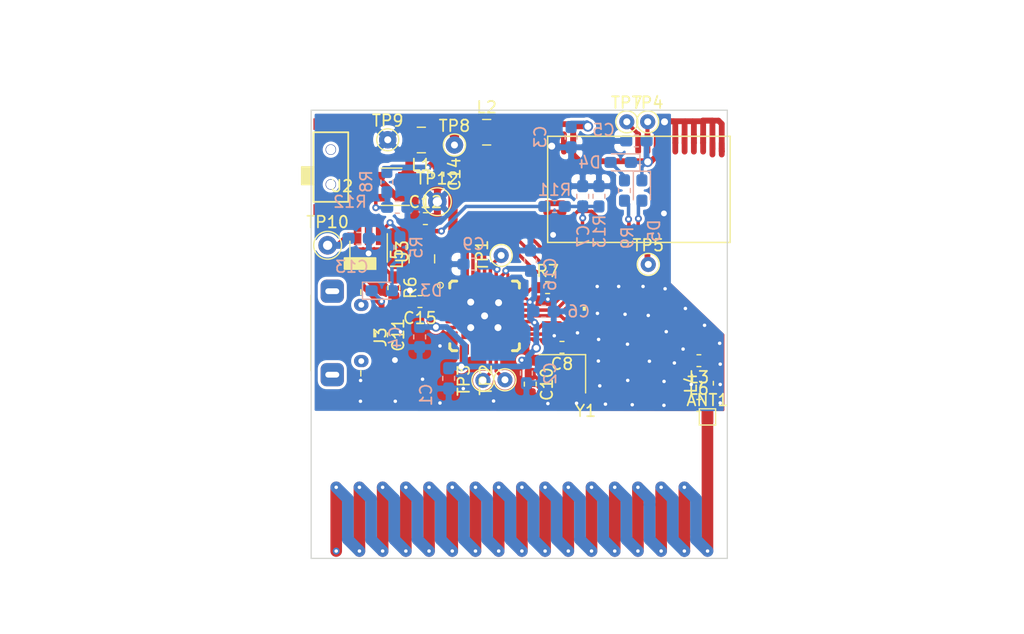
<source format=kicad_pcb>
(kicad_pcb (version 20171130) (host pcbnew "(5.1.5)-3")
  (layers (0 Top signal) (31 Bottom power) (34 B.Paste user hide) (35 F.Paste user hide) (36 B.SilkS user) (37 F.SilkS user hide) (38 B.Mask user hide) (39 F.Mask user hide) (44 Edge.Cuts user))
  (net 0 "")
  (net 1 GND)
  (net 2 VDD)
  (net 3 V+)
  (net 4 "Net-(C9-Pad2)")
  (net 5 "Net-(ANT1-Pad1)")
  (net 6 "Net-(L1-Pad2)")
  (net 7 "Net-(J3-Pad2)")
  (net 8 "Net-(J3-Pad3)")
  (net 9 "Net-(J3-Pad4)")
  (net 10 "Net-(CC1-Pad15)")
  (net 11 "Net-(CC1-Pad16)")
  (net 12 "Net-(C10-Pad1)")
  (net 13 "Net-(C8-Pad1)")
  (net 14 "Net-(CC1-Pad23)")
  (net 15 "Net-(CC1-Pad24)")
  (net 16 "Net-(CC1-Pad27)")
  (net 17 "Net-(CC1-Pad31)")
  (net 18 "Net-(CC1-Pad32)")
  (net 19 "Net-(CC1-Pad33)")
  (net 20 "Net-(CC1-Pad34)")
  (net 21 "Net-(CC1-Pad35)")
  (net 22 "Net-(TP7-Pad1)")
  (net 23 "Net-(TP4-Pad1)")
  (net 24 "Net-(TP5-Pad1)")
  (net 25 "Net-(C1-Pad1)")
  (net 26 "Net-(C3-Pad1)")
  (net 27 USB_5V)
  (net 28 "Net-(IC1-Pad1)")
  (net 29 "Net-(R12-Pad2)")
  (net 30 VBAT)
  (net 31 "Net-(D3-Pad2)")
  (net 32 LED1_OUT)
  (net 33 LED2_OUT)
  (net 34 "Net-(J3-Pad6)")
  (net 35 BLE_VBAT)
  (net 36 "Net-(U1-PadP1_5)")
  (net 37 "Net-(U1-PadP1_4)")
  (net 38 "Net-(U1-PadP1_3)")
  (net 39 "Net-(CC1-Pad5)")
  (net 40 "Net-(CC1-Pad6)")
  (net 41 "Net-(CC1-Pad7)")
  (net 42 "Net-(CC1-Pad11)")
  (net 43 "Net-(CC1-Pad12)")
  (net 44 "Net-(CC1-Pad13)")
  (net 45 "Net-(CC1-Pad14)")
  (net 46 "Net-(CC1-Pad17)")
  (net 47 "Net-(D4-Pad2)")
  (net 48 "Net-(U1-PadP0_7)")
  (net 49 "Net-(R6-Pad1)")
  (net 50 "Net-(R5-Pad2)")
  (net 51 "Net-(U1-PadP1_0)")
  (net 52 "Net-(U1-PadP1_1)")
  (net 53 "Net-(CC1-Pad1)")
  (net 54 "Net-(U1-PadP1_2)")
  (module TestPoint:TestPoint_Pad_1.0x1.0mm (layer Top) (at 160.35 100.85)
    (fp_text reference ANT1 (at 0 -1.448) (layer F.SilkS))
    (fp_text value ANTENNA)
    (pad 1 smd rect (at 0 0) (size 1 1) (layers Top F.Mask) (net 5 "Net-(ANT1-Pad1)"))
  )
  (module Inductor_SMD:L_0603_1608Metric (layer Top) (at 159.595001 99.855001)
    (fp_text reference L6 (at 0 -1.43) (layer F.SilkS))
    (fp_text value 12nH)
    (pad 2 smd roundrect (at 0.7875 0) (size 0.875 0.95) (layers Top F.Paste F.Mask) (net 5 "Net-(ANT1-Pad1)"))
    (pad 1 smd roundrect (at -0.7875 0) (size 0.875 0.95) (layers Top F.Paste F.Mask) (net 1 GND))
  )
  (module Inductor_SMD:L_0603_1608Metric (layer Top) (at 160.35 97.95 90)
    (fp_text reference L4 (at 0 -1.43 90) (layer F.SilkS))
    (fp_text value 12nH)
    (pad 2 smd roundrect (at 0.7875 0 90) (size 0.875 0.95) (layers Top F.Paste F.Mask) (net 28 "Net-(IC1-Pad1)"))
    (pad 1 smd roundrect (at -0.7875 0 90) (size 0.875 0.95) (layers Top F.Paste F.Mask) (net 5 "Net-(ANT1-Pad1)"))
  )
  (module Inductor_SMD:L_0603_1608Metric (layer Top) (at 159.6125 96 180)
    (fp_text reference L3 (at 0 -1.43) (layer F.SilkS))
    (fp_text value 6.8nH)
    (pad 2 smd roundrect (at 0.7875 0 180) (size 0.875 0.95) (layers Top F.Paste F.Mask) (net 1 GND))
    (pad 1 smd roundrect (at -0.7875 0 180) (size 0.875 0.95) (layers Top F.Paste F.Mask) (net 28 "Net-(IC1-Pad1)"))
  )
  (module Package_TO_SOT_SMD:SOT-23-5_HandSoldering (layer Top) (at 131.15 86.6 270)
    (fp_text reference U3 (at 0 -2.9 90) (layer F.SilkS))
    (fp_text value XT4052)
    (pad 5 smd rect (at 1.35 -0.95 270) (size 1.56 0.65) (layers Top F.Paste F.Mask) (net 49 "Net-(R6-Pad1)"))
    (pad 4 smd rect (at 1.35 0.95 270) (size 1.56 0.65) (layers Top F.Paste F.Mask) (net 27 USB_5V))
    (pad 3 smd rect (at -1.35 0.95 270) (size 1.56 0.65) (layers Top F.Paste F.Mask) (net 30 VBAT))
    (pad 2 smd rect (at -1.35 0 270) (size 1.56 0.65) (layers Top F.Paste F.Mask) (net 1 GND))
    (pad 1 smd rect (at -1.35 -0.95 270) (size 1.56 0.65) (layers Top F.Paste F.Mask) (net 50 "Net-(R5-Pad2)"))
  )
  (module footprints:BLE113-A (layer Top) (at 154.4425 81.225 270)
    (fp_text reference U1 hide)
    (fp_text value BLE113-A)
    (pad P0_7 smd roundrect (at 4.02 5.66) (size 0.5 2) (layers Top F.Paste F.Mask) (roundrect_rratio 0.5) (net 48 "Net-(U1-PadP0_7)"))
    (pad P0_1 smd roundrect (at 3.99 0.86) (size 0.5 2) (layers Top F.Paste F.Mask) (roundrect_rratio 0.5) (net 33 LED2_OUT))
    (pad GND@10 smd roundrect (at 4 -2.3375) (size 0.5 2) (layers Top F.Paste F.Mask) (roundrect_rratio 0.5) (net 1 GND))
    (pad RESET smd roundrect (at 4 -0.7375) (size 0.5 2) (layers Top F.Paste F.Mask) (roundrect_rratio 0.5) (net 24 "Net-(TP5-Pad1)"))
    (pad P0_0 smd roundrect (at 4 0.0625) (size 0.5 2) (layers Top F.Paste F.Mask) (roundrect_rratio 0.5) (net 32 LED1_OUT))
    (pad P0_2 smd roundrect (at 4 1.6625) (size 0.5 2) (layers Top F.Paste F.Mask) (roundrect_rratio 0.5) (net 18 "Net-(CC1-Pad32)"))
    (pad P0_3 smd roundrect (at 4 2.4625) (size 0.5 2) (layers Top F.Paste F.Mask) (roundrect_rratio 0.5) (net 19 "Net-(CC1-Pad33)"))
    (pad P0_4 smd roundrect (at 4 3.2625) (size 0.5 2) (layers Top F.Paste F.Mask) (roundrect_rratio 0.5) (net 21 "Net-(CC1-Pad35)"))
    (pad P0_5 smd roundrect (at 4 4.0625) (size 0.5 2) (layers Top F.Paste F.Mask) (roundrect_rratio 0.5) (net 20 "Net-(CC1-Pad34)"))
    (pad GND@9 smd roundrect (at 4 6.4625) (size 0.5 2) (layers Top F.Paste F.Mask) (roundrect_rratio 0.5) (net 1 GND))
    (pad DVDD smd roundrect (at -4 5.6625) (size 0.5 2) (layers Top F.Paste F.Mask) (roundrect_rratio 0.5) (net 26 "Net-(C3-Pad1)"))
    (pad GND@8 smd roundrect (at -4 6.4625) (size 0.5 2) (layers Top F.Paste F.Mask) (roundrect_rratio 0.5) (net 1 GND))
    (pad GND smd roundrect (at -3.5 -7.1375) (size 0.5 1.5) (layers Top F.Paste F.Mask) (roundrect_rratio 0.5) (net 1 GND))
    (pad GND@2 smd roundrect (at -3.5 -6.3375) (size 0.5 1.5) (layers Top F.Paste F.Mask) (roundrect_rratio 0.5) (net 1 GND))
    (pad GND@3 smd roundrect (at -4 -5.5375) (size 0.5 2) (layers Top F.Paste F.Mask) (roundrect_rratio 0.5) (net 1 GND))
    (pad GND@4 smd roundrect (at -4 -4.7375) (size 0.5 2) (layers Top F.Paste F.Mask) (roundrect_rratio 0.5) (net 1 GND))
    (pad GND@5 smd roundrect (at -4 -3.9375) (size 0.5 2) (layers Top F.Paste F.Mask) (roundrect_rratio 0.5) (net 1 GND))
    (pad GND@6 smd roundrect (at -4 -3.1375) (size 0.5 2) (layers Top F.Paste F.Mask) (roundrect_rratio 0.5) (net 1 GND))
    (pad GND@7 smd roundrect (at -4 -2.3375) (size 0.5 2) (layers Top F.Paste F.Mask) (roundrect_rratio 0.5) (net 1 GND))
    (pad AVDD smd roundrect (at -4 -1.5375) (size 0.5 2) (layers Top F.Paste F.Mask) (roundrect_rratio 0.5) (net 26 "Net-(C3-Pad1)"))
    (pad P2_2 smd roundrect (at -4 -0.7375) (size 0.5 2) (layers Top F.Paste F.Mask) (roundrect_rratio 0.5) (net 23 "Net-(TP4-Pad1)"))
    (pad P2_1 smd roundrect (at -4 0.0625) (size 0.5 2) (layers Top F.Paste F.Mask) (roundrect_rratio 0.5) (net 22 "Net-(TP7-Pad1)"))
    (pad P1_0 smd roundrect (at 2 7.2375 90) (size 0.5 2) (layers Top F.Paste F.Mask) (roundrect_rratio 0.5) (net 51 "Net-(U1-PadP1_0)"))
    (pad P1_1 smd roundrect (at 1.2 7.2375 90) (size 0.5 2) (layers Top F.Paste F.Mask) (roundrect_rratio 0.5) (net 52 "Net-(U1-PadP1_1)"))
    (pad P1_2 smd roundrect (at 0.4 7.225 90) (size 0.5 2) (layers Top F.Paste F.Mask) (roundrect_rratio 0.5) (net 54 "Net-(U1-PadP1_2)"))
    (pad P1_3 smd roundrect (at -0.4 7.225 90) (size 0.5 2) (layers Top F.Paste F.Mask) (roundrect_rratio 0.5) (net 38 "Net-(U1-PadP1_3)"))
    (pad P1_4 smd roundrect (at -1.2 7.225 90) (size 0.5 2) (layers Top F.Paste F.Mask) (roundrect_rratio 0.5) (net 37 "Net-(U1-PadP1_4)"))
    (pad P1_5 smd roundrect (at -2 7.225 90) (size 0.5 2) (layers Top F.Paste F.Mask) (roundrect_rratio 0.5) (net 36 "Net-(U1-PadP1_5)"))
    (pad P0_6 smd roundrect (at 4.01 4.86) (size 0.5 2) (layers Top F.Paste F.Mask) (roundrect_rratio 0.5) (net 35 BLE_VBAT))
  )
  (module footprints:TestPoint_THTPad_D1.5mm_Drill0.6mm (layer Top) (at 138.55 77.4)
    (fp_text reference TP8 (at 0 -1.648) (layer F.SilkS))
    (fp_text value VDD)
    (pad 1 thru_hole circle (at 0 0) (size 1.5 1.5) (drill 0.6) (layers *.Cu *.Mask) (net 2 VDD))
  )
  (module Capacitor_SMD:C_0603_1608Metric_Pad1.05x0.95mm_HandSolder (layer Bottom) (at 153.2 81.325 90)
    (fp_text reference R9 (at -4.075 0.25 270) (layer B.SilkS) (effects (justify mirror)))
    (fp_text value 100)
    (pad 2 smd roundrect (at 0.875 0 90) (size 1.05 0.95) (layers Bottom B.Paste B.Mask) (net 47 "Net-(D4-Pad2)"))
    (pad 1 smd roundrect (at -0.875 0 90) (size 1.05 0.95) (layers Bottom B.Paste B.Mask) (net 33 LED2_OUT))
  )
  (module LED_SMD:LED_0603_1608Metric_Pad1.05x0.95mm_HandSolder (layer Bottom) (at 154.7 81.325 270)
    (fp_text reference D5 (at 3.475 -1.05 90) (layer B.SilkS) (effects (justify mirror)))
    (fp_text value GREEN)
    (pad 2 smd roundrect (at 0.875 0 270) (size 1.05 0.95) (layers Bottom B.Paste B.Mask) (net 32 LED1_OUT))
    (pad 1 smd roundrect (at -0.875 0 270) (size 1.05 0.95) (layers Bottom B.Paste B.Mask) (net 26 "Net-(C3-Pad1)"))
  )
  (module Capacitor_SMD:C_0603_1608Metric_Pad1.05x0.95mm_HandSolder (layer Bottom) (at 154.225 77.05 180)
    (fp_text reference C5 (at 2.825 0.95 180) (layer B.SilkS) (effects (justify mirror)))
    (fp_text value 1uF)
    (pad 2 smd roundrect (at 0.875 0 180) (size 1.05 0.95) (layers Bottom B.Paste B.Mask) (net 1 GND))
    (pad 1 smd roundrect (at -0.875 0 180) (size 1.05 0.95) (layers Bottom B.Paste B.Mask) (net 26 "Net-(C3-Pad1)"))
  )
  (module Capacitor_SMD:C_0603_1608Metric_Pad1.05x0.95mm_HandSolder (layer Top) (at 135.575 90.9 180)
    (fp_text reference C15 (at 0 -1.43 180) (layer F.SilkS))
    (fp_text value 1uF)
    (pad 2 smd roundrect (at 0.875 0 180) (size 1.05 0.95) (layers Top F.Paste F.Mask) (net 1 GND))
    (pad 1 smd roundrect (at -0.875 0 180) (size 1.05 0.95) (layers Top F.Paste F.Mask) (net 25 "Net-(C1-Pad1)"))
  )
  (module Capacitor_SMD:C_0603_1608Metric_Pad1.05x0.95mm_HandSolder (layer Bottom) (at 145.1 87.375 90)
    (fp_text reference C16 (at -1.175 1.7 90) (layer B.SilkS) (effects (justify mirror)))
    (fp_text value 1uF)
    (pad 1 smd roundrect (at -0.875 0 90) (size 1.05 0.95) (layers Bottom B.Paste B.Mask) (net 25 "Net-(C1-Pad1)"))
    (pad 2 smd roundrect (at 0.875 0 90) (size 1.05 0.95) (layers Bottom B.Paste B.Mask) (net 1 GND))
  )
  (module Inductor_SMD:L_Wuerth_MAPI-2512 (layer Top) (at 135.695 76.97 180)
    (fp_text reference L1 (at 0 -2.15 180) (layer F.SilkS))
    (fp_text value "1.5u uH")
    (pad 1 smd rect (at -0.975 0 180) (size 0.85 2.3) (layers Top F.Paste F.Mask) (net 2 VDD))
    (pad 2 smd rect (at 0.975 0 180) (size 0.85 2.3) (layers Top F.Paste F.Mask) (net 6 "Net-(L1-Pad2)"))
  )
  (module Capacitor_SMD:C_0603_1608Metric_Pad1.05x0.95mm_HandSolder (layer Bottom) (at 149.6 81.825 90)
    (fp_text reference C7 (at -3.425 0.05 270) (layer B.SilkS) (effects (justify mirror)))
    (fp_text value 4.7uF)
    (pad 1 smd roundrect (at -0.875 0 90) (size 1.05 0.95) (layers Bottom B.Paste B.Mask) (net 35 BLE_VBAT))
    (pad 2 smd roundrect (at 0.875 0 90) (size 1.05 0.95) (layers Bottom B.Paste B.Mask) (net 1 GND))
  )
  (module footprints:QLP-36_CC1110 (layer Top) (at 141.145225 92.137239)
    (fp_text reference CC1 hide)
    (fp_text value CC1110 hide)
    (pad 2 smd roundrect (at -2.9 -1.5) (size 0.95 0.3) (layers Top F.Paste F.Mask) (roundrect_rratio 0.4) (net 25 "Net-(C1-Pad1)"))
    (pad 10 smd roundrect (at -2 2.9 90) (size 0.95 0.3) (layers Top F.Paste F.Mask) (roundrect_rratio 0.4) (net 25 "Net-(C1-Pad1)"))
    (pad 15 smd roundrect (at 0.5 2.9 90) (size 0.95 0.3) (layers Top F.Paste F.Mask) (roundrect_rratio 0.4) (net 10 "Net-(CC1-Pad15)"))
    (pad 16 smd roundrect (at 1 2.9 90) (size 0.95 0.3) (layers Top F.Paste F.Mask) (roundrect_rratio 0.4) (net 11 "Net-(CC1-Pad16)"))
    (pad 19 smd roundrect (at 2.9 2) (size 0.95 0.3) (layers Top F.Paste F.Mask) (roundrect_rratio 0.4) (net 25 "Net-(C1-Pad1)"))
    (pad 20 smd roundrect (at 2.9 1.5) (size 0.95 0.3) (layers Top F.Paste F.Mask) (roundrect_rratio 0.4) (net 12 "Net-(C10-Pad1)"))
    (pad 21 smd roundrect (at 2.9 1) (size 0.95 0.3) (layers Top F.Paste F.Mask) (roundrect_rratio 0.4) (net 13 "Net-(C8-Pad1)"))
    (pad 22 smd roundrect (at 2.9 0.5) (size 0.95 0.3) (layers Top F.Paste F.Mask) (roundrect_rratio 0.4) (net 25 "Net-(C1-Pad1)"))
    (pad 23 smd roundrect (at 2.9 0) (size 0.95 0.3) (layers Top F.Paste F.Mask) (roundrect_rratio 0.4) (net 14 "Net-(CC1-Pad23)"))
    (pad 24 smd roundrect (at 2.9 -0.5) (size 0.95 0.3) (layers Top F.Paste F.Mask) (roundrect_rratio 0.4) (net 15 "Net-(CC1-Pad24)"))
    (pad 25 smd roundrect (at 2.9 -1) (size 0.95 0.3) (layers Top F.Paste F.Mask) (roundrect_rratio 0.4) (net 25 "Net-(C1-Pad1)"))
    (pad 26 smd roundrect (at 2.9 -1.5) (size 0.95 0.3) (layers Top F.Paste F.Mask) (roundrect_rratio 0.4) (net 25 "Net-(C1-Pad1)"))
    (pad 27 smd roundrect (at 2.9 -2) (size 0.95 0.3) (layers Top F.Paste F.Mask) (roundrect_rratio 0.4) (net 16 "Net-(CC1-Pad27)"))
    (pad 28 smd roundrect (at 2 -2.9 90) (size 0.95 0.3) (layers Top F.Paste F.Mask) (roundrect_rratio 0.4) (net 25 "Net-(C1-Pad1)"))
    (pad 29 smd roundrect (at 1.5 -2.9 90) (size 0.95 0.3) (layers Top F.Paste F.Mask) (roundrect_rratio 0.4) (net 25 "Net-(C1-Pad1)"))
    (pad 30 smd roundrect (at 1 -2.9 90) (size 0.95 0.3) (layers Top F.Paste F.Mask) (roundrect_rratio 0.4) (net 4 "Net-(C9-Pad2)"))
    (pad 31 smd roundrect (at 0.5 -2.9 90) (size 0.95 0.3) (layers Top F.Paste F.Mask) (roundrect_rratio 0.4) (net 17 "Net-(CC1-Pad31)"))
    (pad 32 smd roundrect (at 0 -2.9 90) (size 0.95 0.3) (layers Top F.Paste F.Mask) (roundrect_rratio 0.4) (net 18 "Net-(CC1-Pad32)"))
    (pad 33 smd roundrect (at -0.5 -2.9 90) (size 0.95 0.3) (layers Top F.Paste F.Mask) (roundrect_rratio 0.4) (net 19 "Net-(CC1-Pad33)"))
    (pad 34 smd roundrect (at -1 -2.9 90) (size 0.95 0.3) (layers Top F.Paste F.Mask) (roundrect_rratio 0.4) (net 20 "Net-(CC1-Pad34)"))
    (pad 35 smd roundrect (at -1.5 -2.9 90) (size 0.95 0.3) (layers Top F.Paste F.Mask) (roundrect_rratio 0.4) (net 21 "Net-(CC1-Pad35)"))
    (pad 37 smd rect (at 0 0) (size 4 4) (layers Top F.Paste F.Mask) (net 1 GND))
    (pad 1 smd roundrect (at -2.9 -2) (size 0.95 0.3) (layers Top F.Paste F.Mask) (roundrect_rratio 0.4) (net 53 "Net-(CC1-Pad1)"))
    (pad 5 smd roundrect (at -2.9 0) (size 0.95 0.3) (layers Top F.Paste F.Mask) (roundrect_rratio 0.4) (net 39 "Net-(CC1-Pad5)"))
    (pad 6 smd roundrect (at -2.9 0.5) (size 0.95 0.3) (layers Top F.Paste F.Mask) (roundrect_rratio 0.4) (net 40 "Net-(CC1-Pad6)"))
    (pad 7 smd roundrect (at -2.9 1) (size 0.95 0.3) (layers Top F.Paste F.Mask) (roundrect_rratio 0.4) (net 41 "Net-(CC1-Pad7)"))
    (pad 11 smd roundrect (at -1.5 2.9 90) (size 0.95 0.3) (layers Top F.Paste F.Mask) (roundrect_rratio 0.4) (net 42 "Net-(CC1-Pad11)"))
    (pad 12 smd roundrect (at -1 2.9 90) (size 0.95 0.3) (layers Top F.Paste F.Mask) (roundrect_rratio 0.4) (net 43 "Net-(CC1-Pad12)"))
    (pad 13 smd roundrect (at -0.5 2.9 90) (size 0.95 0.3) (layers Top F.Paste F.Mask) (roundrect_rratio 0.4) (net 44 "Net-(CC1-Pad13)"))
    (pad 14 smd roundrect (at 0 2.9 90) (size 0.95 0.3) (layers Top F.Paste F.Mask) (roundrect_rratio 0.4) (net 45 "Net-(CC1-Pad14)"))
    (pad 17 smd roundrect (at 1.5 2.9 90) (size 0.95 0.3) (layers Top F.Paste F.Mask) (roundrect_rratio 0.4) (net 46 "Net-(CC1-Pad17)"))
  )
  (module TestPoint:TestPoint_THTPad_D1.5mm_Drill0.7mm (layer Top) (at 142.575 86.925 90)
    (fp_text reference TP1 (at 0 -1.648 90) (layer F.SilkS))
    (fp_text value RES_CC)
    (pad 1 thru_hole circle (at 0 0 90) (size 1.3 1.3) (drill 0.6) (layers *.Cu *.Mask) (net 17 "Net-(CC1-Pad31)"))
  )
  (module TestPoint:TestPoint_THTPad_D1.5mm_Drill0.7mm (layer Top) (at 142.9 97.65 90)
    (fp_text reference TP2 (at 0 -1.648 90) (layer F.SilkS))
    (fp_text value DC_CC)
    (pad 1 thru_hole circle (at 0 0 90) (size 1.3 1.3) (drill 0.6) (layers *.Cu *.Mask) (net 11 "Net-(CC1-Pad16)"))
  )
  (module TestPoint:TestPoint_THTPad_D1.5mm_Drill0.7mm (layer Top) (at 141 97.7 90)
    (fp_text reference TP3 (at 0 -1.648 90) (layer F.SilkS))
    (fp_text value DD_CC)
    (pad 1 thru_hole circle (at 0 0 90) (size 1.3 1.3) (drill 0.6) (layers *.Cu *.Mask) (net 10 "Net-(CC1-Pad15)"))
  )
  (module TestPoint:TestPoint_THTPad_D2.0mm_Drill1.0mm (layer Top) (at 137.075 82.29)
    (fp_text reference TP12 (at 0 -1.998) (layer F.SilkS))
    (fp_text value GND)
    (pad 1 thru_hole circle (at 0 0) (size 1.6 1.6) (drill 0.8) (layers *.Cu *.Mask) (net 1 GND))
  )
  (module TestPoint:TestPoint_THTPad_D2.0mm_Drill1.0mm (layer Top) (at 127.62 86.05)
    (fp_text reference TP10 (at 0 -1.998) (layer F.SilkS))
    (fp_text value Vbat)
    (pad 1 thru_hole circle (at 0 0) (size 1.6 1.6) (drill 0.8) (layers *.Cu *.Mask) (net 30 VBAT))
  )
  (module footprints:TestPoint_THTPad_D1.5mm_Drill0.6mm (layer Top) (at 155.2 75.4)
    (fp_text reference TP4 (at 0 -1.648) (layer F.SilkS))
    (fp_text value DC_BLE)
    (pad 1 thru_hole circle (at 0 0) (size 1.3 1.3) (drill 0.6) (layers *.Cu *.Mask) (net 23 "Net-(TP4-Pad1)"))
  )
  (module footprints:TestPoint_THTPad_D1.5mm_Drill0.6mm (layer Top) (at 153.4 75.4)
    (fp_text reference TP7 (at 0 -1.648) (layer F.SilkS))
    (fp_text value DD_BLE)
    (pad 1 thru_hole circle (at 0 0) (size 1.3 1.3) (drill 0.6) (layers *.Cu *.Mask) (net 22 "Net-(TP7-Pad1)"))
  )
  (module footprints:TestPoint_THTPad_D1.5mm_Drill0.6mm (layer Top) (at 132.8 76.95)
    (fp_text reference TP9 (at 0 -1.648) (layer F.SilkS))
    (fp_text value GND)
    (pad 1 thru_hole circle (at 0 0) (size 1.5 1.5) (drill 0.6) (layers *.Cu *.Mask) (net 1 GND))
  )
  (module footprints:TestPoint_THTPad_D1.5mm_Drill0.6mm (layer Top) (at 155.25 87.7)
    (fp_text reference TP5 (at 0 -1.648) (layer F.SilkS))
    (fp_text value RES_BLE)
    (pad 1 thru_hole circle (at 0 0) (size 1.3 1.3) (drill 0.6) (layers *.Cu *.Mask) (net 24 "Net-(TP5-Pad1)"))
  )
  (module Capacitor_SMD:C_0603_1608Metric_Pad1.05x0.95mm_HandSolder (layer Bottom) (at 147.175 82.7 180)
    (fp_text reference R11 (at 0 1.43 180) (layer B.SilkS) (effects (justify mirror)))
    (fp_text value 249k)
    (pad 2 smd roundrect (at 0.875 0 180) (size 1.05 0.95) (layers Bottom B.Paste B.Mask) (net 3 V+))
    (pad 1 smd roundrect (at -0.875 0 180) (size 1.05 0.95) (layers Bottom B.Paste B.Mask) (net 35 BLE_VBAT))
  )
  (module Capacitor_SMD:C_0603_1608Metric_Pad1.05x0.95mm_HandSolder (layer Bottom) (at 151 81.825 270)
    (fp_text reference R13 (at 3.025 -0.05 90) (layer B.SilkS) (effects (justify mirror)))
    (fp_text value 100k)
    (pad 1 smd roundrect (at -0.875 0 270) (size 1.05 0.95) (layers Bottom B.Paste B.Mask) (net 1 GND))
    (pad 2 smd roundrect (at 0.875 0 270) (size 1.05 0.95) (layers Bottom B.Paste B.Mask) (net 35 BLE_VBAT))
  )
  (module footprints:U254-051T-4BH23-S2B (layer Top) (at 127.62 93.61 270)
    (fp_text reference J3 (at 0.37 -4.55 90) (layer F.SilkS))
    (fp_text value USB_B_Micro)
    (pad 6 thru_hole oval (at 2.425 -2.9 270) (size 1.05 1.25) (drill 0.5) (layers *.Cu *.Mask) (net 34 "Net-(J3-Pad6)"))
    (pad 6 thru_hole roundrect (at 3.6 -0.4) (size 2 2) (drill oval 1.2 0.5) (layers *.Cu *.Mask) (net 34 "Net-(J3-Pad6)"))
    (pad 6 thru_hole roundrect (at -3.6 -0.4) (size 2 2) (drill oval 1.2 0.5) (layers *.Cu *.Mask) (net 34 "Net-(J3-Pad6)"))
    (pad 6 thru_hole oval (at -2.425 -2.9 270) (size 1.05 1.25) (drill 0.5) (layers *.Cu *.Mask) (net 34 "Net-(J3-Pad6)"))
    (pad 5 smd rect (at 1.3 -2.7 270) (size 0.45 1.38) (layers Top F.Paste F.Mask) (net 1 GND))
    (pad 4 smd rect (at 0.65 -2.7 270) (size 0.45 1.38) (layers Top F.Paste F.Mask) (net 9 "Net-(J3-Pad4)"))
    (pad 3 smd rect (at 0 -2.7 270) (size 0.45 1.38) (layers Top F.Paste F.Mask) (net 8 "Net-(J3-Pad3)"))
    (pad 2 smd rect (at -0.65 -2.7 270) (size 0.45 1.38) (layers Top F.Paste F.Mask) (net 7 "Net-(J3-Pad2)"))
    (pad 1 smd rect (at -1.3 -2.7 270) (size 0.45 1.38) (layers Top F.Paste F.Mask) (net 27 USB_5V))
  )
  (module LED_SMD:LED_0603_1608Metric_Pad1.05x0.95mm_HandSolder (layer Bottom) (at 152.875 78.9 180)
    (fp_text reference D4 (at 2.675 0) (layer B.SilkS) (effects (justify mirror)))
    (fp_text value RED)
    (pad 1 smd roundrect (at -0.875 0 180) (size 1.05 0.95) (layers Bottom B.Paste B.Mask) (net 26 "Net-(C3-Pad1)"))
    (pad 2 smd roundrect (at 0.875 0 180) (size 1.05 0.95) (layers Bottom B.Paste B.Mask) (net 47 "Net-(D4-Pad2)"))
  )
  (module Capacitor_SMD:C_0603_1608Metric_Pad1.05x0.95mm_HandSolder (layer Top) (at 133.325 89.7 270)
    (fp_text reference R6 (at 0 -1.43 270) (layer F.SilkS))
    (fp_text value 8.06k)
    (pad 2 smd roundrect (at 0.875 0 270) (size 1.05 0.95) (layers Top F.Paste F.Mask) (net 1 GND))
    (pad 1 smd roundrect (at -0.875 0 270) (size 1.05 0.95) (layers Top F.Paste F.Mask) (net 49 "Net-(R6-Pad1)"))
  )
  (module Capacitor_SMD:C_0603_1608Metric_Pad1.05x0.95mm_HandSolder (layer Bottom) (at 133.85 86.225 90)
    (fp_text reference R5 (at 0 1.43 90) (layer B.SilkS) (effects (justify mirror)))
    (fp_text value 470)
    (pad 1 smd roundrect (at -0.875 0 90) (size 1.05 0.95) (layers Bottom B.Paste B.Mask) (net 31 "Net-(D3-Pad2)"))
    (pad 2 smd roundrect (at 0.875 0 90) (size 1.05 0.95) (layers Bottom B.Paste B.Mask) (net 50 "Net-(R5-Pad2)"))
  )
  (module LED_SMD:LED_0603_1608Metric_Pad1.05x0.95mm_HandSolder (layer Bottom) (at 132.285 89.97)
    (fp_text reference D3 (at 4.265 -0.02) (layer B.SilkS) (effects (justify mirror)))
    (fp_text value ORANGE)
    (pad 1 smd roundrect (at -0.875 0) (size 1.05 0.95) (layers Bottom B.Paste B.Mask) (net 27 USB_5V))
    (pad 2 smd roundrect (at 0.875 0) (size 1.05 0.95) (layers Bottom B.Paste B.Mask) (net 31 "Net-(D3-Pad2)"))
  )
  (module Capacitor_SMD:C_0603_1608Metric_Pad1.05x0.95mm_HandSolder (layer Bottom) (at 132.725 80.6 90)
    (fp_text reference R8 (at 0.05 -1.775 90) (layer B.SilkS) (effects (justify mirror)))
    (fp_text value 249k)
    (pad 2 smd roundrect (at 0.875 0 90) (size 1.05 0.95) (layers Bottom B.Paste B.Mask) (net 2 VDD))
    (pad 1 smd roundrect (at -0.875 0 90) (size 1.05 0.95) (layers Bottom B.Paste B.Mask) (net 29 "Net-(R12-Pad2)"))
  )
  (module Capacitor_SMD:C_0603_1608Metric_Pad1.05x0.95mm_HandSolder (layer Top) (at 146.575 89.7)
    (fp_text reference R7 (at 0 -1.43) (layer F.SilkS))
    (fp_text value "56kOhm ± 1%")
    (pad 1 smd roundrect (at -0.875 0) (size 1.05 0.95) (layers Top F.Paste F.Mask) (net 16 "Net-(CC1-Pad27)"))
    (pad 2 smd roundrect (at 0.875 0) (size 1.05 0.95) (layers Top F.Paste F.Mask) (net 1 GND))
  )
  (module Capacitor_SMD:C_0603_1608Metric_Pad1.05x0.95mm_HandSolder (layer Top) (at 137.12 79.925 270)
    (fp_text reference C14 (at 0 -1.43 270) (layer F.SilkS))
    (fp_text value 10uF)
    (pad 2 smd roundrect (at 0.875 0 270) (size 1.05 0.95) (layers Top F.Paste F.Mask) (net 1 GND))
    (pad 1 smd roundrect (at -0.875 0 270) (size 1.05 0.95) (layers Top F.Paste F.Mask) (net 2 VDD))
  )
  (module Capacitor_SMD:C_0603_1608Metric_Pad1.05x0.95mm_HandSolder (layer Bottom) (at 130.3 85.45)
    (fp_text reference C13 (at -0.6 2.45) (layer B.SilkS) (effects (justify mirror)))
    (fp_text value 4.7uF)
    (pad 1 smd roundrect (at -0.875 0) (size 1.05 0.95) (layers Bottom B.Paste B.Mask) (net 30 VBAT))
    (pad 2 smd roundrect (at 0.875 0) (size 1.05 0.95) (layers Bottom B.Paste B.Mask) (net 1 GND))
  )
  (module Capacitor_SMD:C_0603_1608Metric_Pad1.05x0.95mm_HandSolder (layer Top) (at 136.045 83.75)
    (fp_text reference C12 (at 0 -1.43) (layer F.SilkS))
    (fp_text value 10uF)
    (pad 2 smd roundrect (at 0.875 0) (size 1.05 0.95) (layers Top F.Paste F.Mask) (net 1 GND))
    (pad 1 smd roundrect (at -0.875 0) (size 1.05 0.95) (layers Top F.Paste F.Mask) (net 3 V+))
  )
  (module Capacitor_SMD:C_0603_1608Metric_Pad1.05x0.95mm_HandSolder (layer Bottom) (at 133.625 82.775 180)
    (fp_text reference R12 (at 4.075 0.475 180) (layer B.SilkS) (effects (justify mirror)))
    (fp_text value 82k)
    (pad 1 smd roundrect (at -0.875 0 180) (size 1.05 0.95) (layers Bottom B.Paste B.Mask) (net 1 GND))
    (pad 2 smd roundrect (at 0.875 0 180) (size 1.05 0.95) (layers Bottom B.Paste B.Mask) (net 29 "Net-(R12-Pad2)"))
  )
  (module Capacitor_SMD:C_0603_1608Metric_Pad1.05x0.95mm_HandSolder (layer Top) (at 145.08 98.025 270)
    (fp_text reference C10 (at 0 -1.43 270) (layer F.SilkS))
    (fp_text value "12pF ±5%")
    (pad 2 smd roundrect (at 0.875 0 270) (size 1.05 0.95) (layers Top F.Paste F.Mask) (net 1 GND))
    (pad 1 smd roundrect (at -0.875 0 270) (size 1.05 0.95) (layers Top F.Paste F.Mask) (net 12 "Net-(C10-Pad1)"))
  )
  (module Capacitor_SMD:C_0603_1608Metric_Pad1.05x0.95mm_HandSolder (layer Bottom) (at 140.2 87.675)
    (fp_text reference C9 (at 0 -1.725) (layer B.SilkS) (effects (justify mirror)))
    (fp_text value 1uF)
    (pad 1 smd roundrect (at -0.875 0) (size 1.05 0.95) (layers Bottom B.Paste B.Mask) (net 1 GND))
    (pad 2 smd roundrect (at 0.875 0) (size 1.05 0.95) (layers Bottom B.Paste B.Mask) (net 4 "Net-(C9-Pad2)"))
  )
  (module Capacitor_SMD:C_0603_1608Metric_Pad1.05x0.95mm_HandSolder (layer Top) (at 147.815 94.85 180)
    (fp_text reference C8 (at 0 -1.43 180) (layer F.SilkS))
    (fp_text value "12pF ±5%")
    (pad 2 smd roundrect (at 0.875 0 180) (size 1.05 0.95) (layers Top F.Paste F.Mask) (net 1 GND))
    (pad 1 smd roundrect (at -0.875 0 180) (size 1.05 0.95) (layers Top F.Paste F.Mask) (net 13 "Net-(C8-Pad1)"))
  )
  (module Capacitor_SMD:C_0603_1608Metric_Pad1.05x0.95mm_HandSolder (layer Bottom) (at 146.225 91.75)
    (fp_text reference C6 (at 3.025 0) (layer B.SilkS) (effects (justify mirror)))
    (fp_text value 1uF)
    (pad 1 smd roundrect (at -0.875 0) (size 1.05 0.95) (layers Bottom B.Paste B.Mask) (net 25 "Net-(C1-Pad1)"))
    (pad 2 smd roundrect (at 0.875 0) (size 1.05 0.95) (layers Bottom B.Paste B.Mask) (net 1 GND))
  )
  (module Capacitor_SMD:C_0603_1608Metric_Pad1.05x0.95mm_HandSolder (layer Bottom) (at 135.55 93.95 270)
    (fp_text reference C4 (at 0.05 2.1 270) (layer B.SilkS) (effects (justify mirror)))
    (fp_text value 10uF)
    (pad 1 smd roundrect (at -0.875 0 270) (size 1.05 0.95) (layers Bottom B.Paste B.Mask) (net 25 "Net-(C1-Pad1)"))
    (pad 2 smd roundrect (at 0.875 0 270) (size 1.05 0.95) (layers Bottom B.Paste B.Mask) (net 1 GND))
  )
  (module Capacitor_SMD:C_0603_1608Metric_Pad1.05x0.95mm_HandSolder (layer Bottom) (at 148.6 76.725 270)
    (fp_text reference C3 (at -0.025 2.65 90) (layer B.SilkS) (effects (justify mirror)))
    (fp_text value 10uF)
    (pad 2 smd roundrect (at 0.875 0 270) (size 1.05 0.95) (layers Bottom B.Paste B.Mask) (net 1 GND))
    (pad 1 smd roundrect (at -0.875 0 270) (size 1.05 0.95) (layers Bottom B.Paste B.Mask) (net 26 "Net-(C3-Pad1)"))
  )
  (module Capacitor_SMD:C_0603_1608Metric_Pad1.05x0.95mm_HandSolder (layer Bottom) (at 144.75 97.075 270)
    (fp_text reference C2 (at 0.025 -2.05 270) (layer B.SilkS) (effects (justify mirror)))
    (fp_text value 1uF)
    (pad 1 smd roundrect (at -0.875 0 270) (size 1.05 0.95) (layers Bottom B.Paste B.Mask) (net 25 "Net-(C1-Pad1)"))
    (pad 2 smd roundrect (at 0.875 0 270) (size 1.05 0.95) (layers Bottom B.Paste B.Mask) (net 1 GND))
  )
  (module Capacitor_SMD:C_0603_1608Metric_Pad1.05x0.95mm_HandSolder (layer Bottom) (at 138.05 97.525 270)
    (fp_text reference C1 (at 1.425 1.95 270) (layer B.SilkS) (effects (justify mirror)))
    (fp_text value 1uF)
    (pad 2 smd roundrect (at 0.875 0 270) (size 1.05 0.95) (layers Bottom B.Paste B.Mask) (net 1 GND))
    (pad 1 smd roundrect (at -0.875 0 270) (size 1.05 0.95) (layers Bottom B.Paste B.Mask) (net 25 "Net-(C1-Pad1)"))
  )
  (module Capacitor_SMD:C_0603_1608Metric_Pad1.05x0.95mm_HandSolder (layer Top) (at 132.27 93.775 270)
    (fp_text reference C11 (at 0 -1.43 270) (layer F.SilkS))
    (fp_text value 4.7uF)
    (pad 1 smd roundrect (at -0.875 0 270) (size 1.05 0.95) (layers Top F.Paste F.Mask) (net 27 USB_5V))
    (pad 2 smd roundrect (at 0.875 0 270) (size 1.05 0.95) (layers Top F.Paste F.Mask) (net 1 GND))
  )
  (module footprints:0433BM15A0001 (layer Top) (at 149.1 91.525 180)
    (fp_text reference IC1 hide)
    (fp_text value 0433BM15A0001 hide)
    (pad 1 smd rect (at -0.65 0.875 180) (size 0.35 1) (layers Top F.Paste F.Mask) (net 28 "Net-(IC1-Pad1)"))
    (pad 2 smd rect (at 0 0.875 180) (size 0.35 1) (layers Top F.Paste F.Mask) (net 1 GND))
    (pad 3 smd rect (at 0.65 0.875 180) (size 0.35 1) (layers Top F.Paste F.Mask) (net 15 "Net-(CC1-Pad24)"))
    (pad 4 smd rect (at 0.65 -0.875) (size 0.35 1) (layers Top F.Paste F.Mask) (net 14 "Net-(CC1-Pad23)"))
    (pad 5 smd rect (at 0 -0.875) (size 0.35 1) (layers Top F.Paste F.Mask) (net 1 GND))
    (pad 6 smd rect (at -0.65 -0.875) (size 0.35 1) (layers Top F.Paste F.Mask) (net 1 GND))
  )
  (module Inductor_SMD:L_Wuerth_MAPI-2512 (layer Top) (at 141.325 76.3)
    (fp_text reference L2 (at 0 -2.15) (layer F.SilkS))
    (fp_text value "1.5u uH")
    (pad 2 smd rect (at 0.975 0) (size 0.85 2) (layers Top F.Paste F.Mask) (net 26 "Net-(C3-Pad1)"))
    (pad 1 smd rect (at -0.975 0) (size 0.85 2) (layers Top F.Paste F.Mask) (net 2 VDD))
  )
  (module Inductor_SMD:L_Wuerth_MAPI-2512 (layer Top) (at 135.74 87.22 90)
    (fp_text reference L5 (at 0 -2.15 90) (layer F.SilkS))
    (fp_text value "1.5u uH")
    (pad 1 smd rect (at -0.975 0 90) (size 0.85 2) (layers Top F.Paste F.Mask) (net 25 "Net-(C1-Pad1)"))
    (pad 2 smd rect (at 0.975 0 90) (size 0.85 2) (layers Top F.Paste F.Mask) (net 2 VDD))
  )
  (module Crystal:Crystal_SMD_3225-4Pin_3.2x2.5mm (layer Top) (at 147.85 97.13 180)
    (fp_text reference Y1 (at -2 -3.2 180) (layer F.SilkS))
    (fp_text value 24Mhz)
    (pad 4 smd rect (at -1.1 -0.85 180) (size 1.4 1.2) (layers Top F.Paste F.Mask) (net 1 GND))
    (pad 3 smd rect (at 1.1 -0.85 180) (size 1.4 1.2) (layers Top F.Paste F.Mask) (net 12 "Net-(C10-Pad1)"))
    (pad 2 smd rect (at 1.1 0.85 180) (size 1.4 1.2) (layers Top F.Paste F.Mask) (net 1 GND))
    (pad 1 smd rect (at -1.1 0.85 180) (size 1.4 1.2) (layers Top F.Paste F.Mask) (net 13 "Net-(C8-Pad1)"))
  )
  (module footprints:SLIDE_SWITCH_SMD (layer Top) (at 127.895 79.3 270)
    (fp_text reference SW1 hide)
    (fp_text value SW_SPDT hide)
    (pad "" np_thru_hole circle (at 1.5 0 270) (size 0.9 0.9) (drill 0.8) (layers *.Cu))
    (pad "" np_thru_hole circle (at -1.5 0 270) (size 0.9 0.9) (drill 0.8) (layers *.Cu))
    (pad 3 smd rect (at 2.25 -1.875 270) (size 0.7 1.5) (layers Top F.Paste F.Mask) (net 30 VBAT))
    (pad 2 smd rect (at 0.75 -1.875 270) (size 0.7 1.5) (layers Top F.Paste F.Mask) (net 3 V+))
    (pad 1 smd rect (at -2.25 -1.875 270) (size 0.7 1.5) (layers Top F.Paste F.Mask) (net 3 V+))
    (pad P$4 smd rect (at 3.7 1.1 270) (size 1 0.8) (layers Top F.Paste F.Mask))
    (pad P$3 smd rect (at 3.7 -1.1 270) (size 1 0.8) (layers Top F.Paste F.Mask))
    (pad P$2 smd rect (at -3.7 -1.1 270) (size 1 0.8) (layers Top F.Paste F.Mask))
    (pad P$1 smd rect (at -3.7 1.1 270) (size 1 0.8) (layers Top F.Paste F.Mask))
  )
  (module Package_TO_SOT_SMD:SOT-23-5_HandSoldering (layer Top) (at 133.12 81 180)
    (fp_text reference U2 (at 4.3 0.05 180) (layer F.SilkS))
    (fp_text value "XI AN Aerosemi M3406")
    (pad 5 smd rect (at 1.35 -0.95 180) (size 1.56 0.65) (layers Top F.Paste F.Mask) (net 29 "Net-(R12-Pad2)"))
    (pad 4 smd rect (at 1.35 0.95 180) (size 1.56 0.65) (layers Top F.Paste F.Mask) (net 3 V+))
    (pad 3 smd rect (at -1.35 0.95 180) (size 1.56 0.65) (layers Top F.Paste F.Mask) (net 6 "Net-(L1-Pad2)"))
    (pad 2 smd rect (at -1.35 0 180) (size 1.56 0.65) (layers Top F.Paste F.Mask) (net 1 GND))
    (pad 1 smd rect (at -1.35 -0.95 180) (size 1.56 0.65) (layers Top F.Paste F.Mask) (net 3 V+))
  )
  (gr_poly (pts (xy 129.075 87.15) (xy 131.75 87.15) (xy 131.75 88.1) (xy 129.075 88.1)) (layer F.SilkS) (width 0.15))
  (gr_text "EL3.9\n@SKS" (at 142.5 79.85) (layer Top) (effects (font (size 1.2 1.3) (thickness 0.2))))
  (gr_line (start 162.06 113.05) (end 126.2 113.05) (layer Edge.Cuts) (width 0.1))
  (gr_line (start 162.06 113.05) (end 162.06 74.4) (layer Edge.Cuts) (width 0.1))
  (gr_line (start 126.2 113.05) (end 126.2 74.4) (layer Edge.Cuts) (width 0.1))
  (gr_line (start 126.2 74.4) (end 162.06 74.4) (layer Edge.Cuts) (width 0.1))
  (via (at 130.36 106.92) (size 0.6) (drill 0.3) (layers Top Bottom) (net 5))
  (via (at 132.36 106.92) (size 0.6) (drill 0.3) (layers Top Bottom) (net 5))
  (via (at 134.36 112.41799) (size 0.6) (drill 0.3) (layers Top Bottom) (net 5))
  (via (at 130.36 112.41799) (size 0.6) (drill 0.3) (layers Top Bottom) (net 5))
  (via (at 128.36 106.92) (size 0.6) (drill 0.3) (layers Top Bottom) (net 5))
  (via (at 132.36 112.41799) (size 0.6) (drill 0.3) (layers Top Bottom) (net 5))
  (via (at 128.36 112.41799) (size 0.6) (drill 0.3) (layers Top Bottom) (net 5))
  (via (at 134.36 106.92) (size 0.6) (drill 0.3) (layers Top Bottom) (net 5))
  (segment (start 128.36 106.92) (end 128.36 112.41799) (width 1) (layer Top) (net 5))
  (segment (start 130.36 112.41799) (end 129.36201 111.42) (width 1) (layer Bottom) (net 5))
  (segment (start 134.36 112.41799) (end 133.36201 111.42) (width 1) (layer Bottom) (net 5))
  (segment (start 136.36 112.41799) (end 135.36201 111.42) (width 1) (layer Bottom) (net 5))
  (segment (start 132.36 106.92) (end 132.36 112.41799) (width 1) (layer Top) (net 5))
  (segment (start 131.36201 107.92201) (end 130.36 106.92) (width 1) (layer Bottom) (net 5))
  (segment (start 129.36201 107.92201) (end 128.36 106.92) (width 1) (layer Bottom) (net 5))
  (segment (start 129.36201 111.42) (end 129.36201 107.92201) (width 1) (layer Bottom) (net 5))
  (segment (start 135.36201 111.42) (end 135.36201 107.92201) (width 1) (layer Bottom) (net 5))
  (segment (start 135.36201 107.92201) (end 134.36 106.92) (width 1) (layer Bottom) (net 5))
  (segment (start 133.36201 107.92201) (end 132.36 106.92) (width 1) (layer Bottom) (net 5))
  (segment (start 132.36 112.41799) (end 131.36201 111.42) (width 1) (layer Bottom) (net 5))
  (segment (start 133.36201 111.42) (end 133.36201 107.92201) (width 1) (layer Bottom) (net 5))
  (segment (start 130.36 106.92) (end 130.36 112.41799) (width 1) (layer Top) (net 5))
  (segment (start 134.36 106.92) (end 134.36 112.41799) (width 1) (layer Top) (net 5))
  (segment (start 131.36201 111.42) (end 131.36201 107.92201) (width 1) (layer Bottom) (net 5))
  (via (at 142.3 93.15) (size 0.9) (drill 0.6) (layers Top Bottom) (net 1))
  (via (at 139.95 93.15) (size 0.9) (drill 0.6) (layers Top Bottom) (net 1))
  (via (at 142.35 91) (size 0.9) (drill 0.6) (layers Top Bottom) (net 1))
  (segment (start 134.92 81.15) (end 135.07 81) (width 0.3) (layer Top) (net 1))
  (segment (start 156.8325 85.0025) (end 156.78 84.95) (width 0.4) (layer Top) (net 1))
  (segment (start 141.117239 92.137239) (end 139.61 90.63) (width 0.3) (layer Top) (net 1))
  (via (at 156.65 75.4) (size 0.9) (drill 0.6) (layers Top Bottom) (net 1))
  (segment (start 148.775 98.275) (end 149.05 98) (width 0.4) (layer Top) (net 1))
  (segment (start 147.125 94.85) (end 147.125 94.025) (width 0.4) (layer Top) (net 1))
  (segment (start 147.125 94.025) (end 147.1 94) (width 0.4) (layer Top) (net 1))
  (segment (start 139.95 90.95) (end 140.977239 91.977239) (width 1) (layer Top) (net 1))
  (via (at 139.95 90.95) (size 0.9) (drill 0.6) (layers Top Bottom) (net 1))
  (segment (start 141.145225 92.137239) (end 141.117239 92.137239) (width 0.25) (layer Top) (net 1))
  (via (at 141.145225 92.137239) (size 0.9) (drill 0.6) (layers Top Bottom) (net 1))
  (via (at 161.45 99.65) (size 0.6) (drill 0.3) (layers Top Bottom) (net 1))
  (via (at 161.45 98.05) (size 0.6) (drill 0.3) (layers Top Bottom) (net 1))
  (via (at 161.45 96.3) (size 0.6) (drill 0.3) (layers Top Bottom) (net 1))
  (via (at 161.4 94.5) (size 0.6) (drill 0.3) (layers Top Bottom) (net 1))
  (via (at 160.1 92.95) (size 0.6) (drill 0.3) (layers Top Bottom) (net 1))
  (via (at 158.45 91.5) (size 0.6) (drill 0.3) (layers Top Bottom) (net 1))
  (via (at 156.7 89.8) (size 0.6) (drill 0.3) (layers Top Bottom) (net 1))
  (via (at 154.8 89.6) (size 0.6) (drill 0.3) (layers Top Bottom) (net 1))
  (via (at 152.7 89.6) (size 0.6) (drill 0.3) (layers Top Bottom) (net 1))
  (via (at 150.85 89.6) (size 0.6) (drill 0.3) (layers Top Bottom) (net 1))
  (via (at 150.87 91.92) (size 0.6) (drill 0.3) (layers Top Bottom) (net 1))
  (via (at 153.25 92) (size 0.6) (drill 0.3) (layers Top Bottom) (net 1))
  (via (at 155.25 92.1) (size 0.6) (drill 0.3) (layers Top Bottom) (net 1))
  (via (at 156.8 93.5) (size 0.6) (drill 0.3) (layers Top Bottom) (net 1))
  (via (at 158.25 95) (size 0.6) (drill 0.3) (layers Top Bottom) (net 1))
  (via (at 157.5 96.2) (size 0.6) (drill 0.3) (layers Top Bottom) (net 1))
  (via (at 156.6 99.85) (size 0.6) (drill 0.3) (layers Top Bottom) (net 1))
  (via (at 150.97 94.17) (size 0.6) (drill 0.3) (layers Top Bottom) (net 1))
  (via (at 155.35 96.05) (size 0.6) (drill 0.3) (layers Top Bottom) (net 1))
  (via (at 150.95 96.03) (size 0.6) (drill 0.3) (layers Top Bottom) (net 1))
  (via (at 151.56 99.75) (size 0.6) (drill 0.3) (layers Top Bottom) (net 1))
  (via (at 153.87 99.8) (size 0.6) (drill 0.3) (layers Top Bottom) (net 1))
  (via (at 151.07 98.17) (size 0.6) (drill 0.3) (layers Top Bottom) (net 1))
  (segment (start 158.8 95.65) (end 158.6 95.45) (width 1) (layer Top) (net 1))
  (segment (start 158.8 96.45) (end 158.8 95.65) (width 1.5) (layer Top) (net 1))
  (segment (start 158.8 97.3) (end 158.75 97.35) (width 1) (layer Top) (net 1))
  (segment (start 158.8 96.45) (end 158.8 97.3) (width 1.5) (layer Top) (net 1))
  (via (at 158.95 98.05) (size 0.6) (drill 0.3) (layers Top Bottom) (net 1))
  (via (at 153.46 94.58) (size 0.6) (drill 0.3) (layers Top Bottom) (net 1))
  (via (at 153.48 97.7) (size 0.6) (drill 0.3) (layers Top Bottom) (net 1))
  (via (at 156.61 97.79) (size 0.6) (drill 0.3) (layers Top Bottom) (net 1))
  (via (at 133.42 95.95) (size 0.8) (drill 0.5) (layers Top Bottom) (net 1))
  (segment (start 132.01 94.91) (end 132.27 94.65) (width 0.5) (layer Top) (net 1))
  (segment (start 130.32 94.91) (end 132.01 94.91) (width 0.5) (layer Top) (net 1))
  (segment (start 135.15 97.35) (end 135.15 96.6) (width 0.5) (layer Top) (net 1))
  (segment (start 133.4 97.9) (end 134.6 97.9) (width 0.5) (layer Top) (net 1))
  (segment (start 134.6 97.9) (end 135.15 97.35) (width 0.5) (layer Top) (net 1))
  (segment (start 133.37 95.9) (end 133.42 95.95) (width 0.5) (layer Top) (net 1))
  (segment (start 132.895 95.9) (end 133.37 95.9) (width 0.5) (layer Top) (net 1))
  (segment (start 132.27 94.65) (end 132.27 95.275) (width 0.5) (layer Top) (net 1))
  (segment (start 132.27 95.275) (end 132.895 95.9) (width 0.5) (layer Top) (net 1))
  (via (at 137.3 94.73) (size 0.6) (drill 0.3) (layers Top Bottom) (net 1))
  (via (at 141.92 99.48) (size 0.6) (drill 0.3) (layers Top Bottom) (net 1))
  (via (at 146.6 99.7) (size 0.6) (drill 0.3) (layers Top Bottom) (net 1))
  (via (at 149.07 99.67) (size 0.6) (drill 0.3) (layers Top Bottom) (net 1))
  (via (at 139.31 98.41) (size 0.6) (drill 0.3) (layers Top Bottom) (net 1))
  (via (at 133.45 99.5) (size 0.6) (drill 0.3) (layers Top Bottom) (net 1))
  (via (at 130.46 97.71) (size 0.6) (drill 0.3) (layers Top Bottom) (net 1))
  (via (at 137.3 99.65) (size 0.6) (drill 0.3) (layers Top Bottom) (net 1))
  (segment (start 147.98 77.5) (end 146.93 77.5) (width 0.5) (layer Top) (net 1))
  (segment (start 146.93 77.5) (end 146.88 77.5) (width 0.4) (layer Top) (net 1))
  (via (at 146.93 77.5) (size 0.9) (drill 0.6) (layers Top Bottom) (net 1))
  (segment (start 135.07 81) (end 136.92 81) (width 0.6) (layer Top) (net 1))
  (via (at 134.71 89.94) (size 0.8) (drill 0.5) (layers Top Bottom) (net 1))
  (segment (start 134.7 90.9) (end 134.7 89.95) (width 0.4) (layer Top) (net 1))
  (segment (start 134.7 89.95) (end 134.71 89.94) (width 0.4) (layer Top) (net 1))
  (segment (start 150.39 92.4) (end 150.87 91.92) (width 0.4) (layer Top) (net 1))
  (segment (start 149.07 98.1) (end 148.95 97.98) (width 0.4) (layer Top) (net 1))
  (segment (start 145.08 98.9) (end 143.875 98.9) (width 0.4) (layer Top) (net 1))
  (segment (start 146.75 95.04) (end 146.94 94.85) (width 0.4) (layer Top) (net 1))
  (segment (start 146.95 96.28) (end 146.95 95.04) (width 0.8) (layer Top) (net 1))
  (via (at 133.9 93.5) (size 0.6) (drill 0.3) (layers Top Bottom) (net 1))
  (via (at 135.8 97.6) (size 0.6) (drill 0.3) (layers Top Bottom) (net 1))
  (segment (start 159.98 77.225) (end 159.975 77.23) (width 0.5) (layer Top) (net 1))
  (segment (start 159.18 77.225) (end 159.175 77.23) (width 0.5) (layer Top) (net 1))
  (segment (start 158.38 77.225) (end 158.375 77.23) (width 0.5) (layer Top) (net 1))
  (segment (start 157.58 77.225) (end 157.575 77.23) (width 0.5) (layer Top) (net 1))
  (segment (start 137.075 83.595) (end 136.92 83.75) (width 0.6) (layer Top) (net 1))
  (segment (start 137.12 80.8) (end 137.075 80.845) (width 0.6) (layer Top) (net 1))
  (segment (start 137.075 80.845) (end 137.075 83.595) (width 0.6) (layer Top) (net 1))
  (segment (start 159.18 75.457844) (end 159.18 77.225) (width 0.5) (layer Top) (net 1))
  (segment (start 159.073578 75.351422) (end 159.18 75.457844) (width 0.5) (layer Top) (net 1))
  (segment (start 158.426422 75.351422) (end 159.073578 75.351422) (width 0.5) (layer Top) (net 1))
  (segment (start 158.38 75.397844) (end 158.38 77.225) (width 0.5) (layer Top) (net 1))
  (segment (start 158.426422 75.351422) (end 158.38 75.397844) (width 0.5) (layer Top) (net 1))
  (segment (start 157.58 75.482844) (end 157.58 77.225) (width 0.5) (layer Top) (net 1))
  (segment (start 157.225 75.351422) (end 158.426422 75.351422) (width 0.5) (layer Top) (net 1))
  (segment (start 157.225 75.351422) (end 157.448578 75.351422) (width 0.5) (layer Top) (net 1))
  (segment (start 157.448578 75.351422) (end 157.58 75.482844) (width 0.5) (layer Top) (net 1))
  (segment (start 156.78 83.48) (end 156.6 83.3) (width 0.4) (layer Top) (net 1))
  (segment (start 156.78 85.225) (end 156.78 83.48) (width 0.4) (layer Top) (net 1))
  (via (at 156.6 83.3) (size 0.8) (drill 0.5) (layers Top Bottom) (net 1))
  (segment (start 156.78 77.225) (end 156.775 77.22) (width 0.5) (layer Top) (net 1))
  (segment (start 156.775 75.351422) (end 157.225 75.351422) (width 0.5) (layer Top) (net 1))
  (segment (start 156.775 77.22) (end 156.775 75.351422) (width 0.5) (layer Top) (net 1))
  (segment (start 159.98 75.381422) (end 159.98 77.225) (width 0.5) (layer Top) (net 1))
  (segment (start 159.073578 75.351422) (end 159.95 75.351422) (width 0.5) (layer Top) (net 1))
  (segment (start 159.95 75.351422) (end 159.98 75.381422) (width 0.5) (layer Top) (net 1))
  (segment (start 160.775 77.73) (end 160.78 77.725) (width 0.5) (layer Top) (net 1))
  (segment (start 161.58 77.93) (end 161.6 77.95) (width 0.5) (layer Top) (net 1))
  (segment (start 161.58 77.725) (end 161.58 77.93) (width 0.5) (layer Top) (net 1))
  (via (at 147.05 85.15) (size 0.8) (drill 0.5) (layers Top Bottom) (net 1))
  (segment (start 147.98 85.225) (end 147.125 85.225) (width 0.4) (layer Top) (net 1))
  (segment (start 147.125 85.225) (end 147.05 85.15) (width 0.4) (layer Top) (net 1))
  (via (at 146.6 90.7) (size 0.6) (drill 0.3) (layers Top Bottom) (net 1))
  (via (at 147.15 93.85) (size 0.6) (drill 0.3) (layers Top Bottom) (net 1))
  (via (at 149.15 93.6) (size 0.6) (drill 0.3) (layers Top Bottom) (net 1))
  (segment (start 131.15 85.25) (end 131.15 86.650002) (width 0.4) (layer Top) (net 1))
  (via (at 131.15 86.75) (size 0.8) (drill 0.5) (layers Top Bottom) (net 1))
  (via (at 130.45 99.5) (size 0.6) (drill 0.3) (layers Top Bottom) (net 1))
  (segment (start 159.1 99.8) (end 158.3 99.8) (width 1.1) (layer Top) (net 1))
  (segment (start 161.58 77.725) (end 161.58 75.58) (width 0.5) (layer Top) (net 1))
  (segment (start 161.58 75.58) (end 161.3 75.3) (width 0.5) (layer Top) (net 1))
  (segment (start 161.3 75.3) (end 159.95 75.3) (width 0.5) (layer Top) (net 1))
  (segment (start 159.95 75.3) (end 159.98 75.381422) (width 0.5) (layer Top) (net 1))
  (segment (start 160.78 75.3) (end 159.95 75.3) (width 0.5) (layer Top) (net 1))
  (segment (start 160.78 77.725) (end 160.78 75.3) (width 0.5) (layer Top) (net 1))
  (segment (start 137.12 78.85) (end 136.67 78.4) (width 0.8) (layer Top) (net 2))
  (segment (start 136.67 78.4) (end 136.67 75.94) (width 0.8) (layer Top) (net 2))
  (segment (start 136.65 77.89) (end 136.65 75.92) (width 0.8) (layer Top) (net 2))
  (segment (start 136.65 75.92) (end 138.6 75.92) (width 0.8) (layer Top) (net 2))
  (segment (start 135.74 86.245) (end 135.735 86.24) (width 0.4) (layer Top) (net 2))
  (segment (start 137.355 86.245) (end 135.615 86.245) (width 0.8) (layer Top) (net 2))
  (segment (start 138.42 85.18) (end 137.355 86.245) (width 0.8) (layer Top) (net 2))
  (segment (start 137.12 79.05) (end 138.42 80.35) (width 0.8) (layer Top) (net 2))
  (segment (start 138.42 80.35) (end 138.42 85.18) (width 0.8) (layer Top) (net 2))
  (segment (start 136.545 79.05) (end 136.25 79.345) (width 0.5) (layer Top) (net 2))
  (segment (start 137.12 79.05) (end 136.545 79.05) (width 0.3) (layer Top) (net 2))
  (via (at 136.25 79.345) (size 0.6) (drill 0.3) (layers Top Bottom) (net 2))
  (segment (start 133.18 79.345) (end 132.825 79.7) (width 0.3) (layer Bottom) (net 2))
  (segment (start 136.25 79.345) (end 133.18 79.345) (width 0.5) (layer Bottom) (net 2))
  (segment (start 140.33 75.92) (end 140.35 75.9) (width 0.8) (layer Top) (net 2))
  (segment (start 138.6 75.92) (end 140.33 75.92) (width 0.8) (layer Top) (net 2))
  (segment (start 138.55 75.97) (end 138.6 75.92) (width 0.3) (layer Top) (net 2))
  (segment (start 138.55 77.4) (end 138.55 75.97) (width 0.8) (layer Top) (net 2))
  (segment (start 129.77 80.05) (end 129.77 77.05) (width 0.6) (layer Top) (net 3))
  (segment (start 130.17 77.05) (end 129.77 77.05) (width 0.6) (layer Top) (net 3))
  (segment (start 131.72 80.05) (end 129.77 80.05) (width 0.6) (layer Top) (net 3))
  (segment (start 133.62 81.95) (end 131.72 80.05) (width 0.6) (layer Top) (net 3))
  (segment (start 135.07 81.95) (end 133.62 81.95) (width 0.6) (layer Top) (net 3))
  (segment (start 135.17 82.05) (end 135.07 81.95) (width 0.6) (layer Top) (net 3))
  (segment (start 135.32 83.5) (end 135.17 83.35) (width 0.6) (layer Top) (net 3))
  (segment (start 135.17 83.35) (end 135.17 82.05) (width 0.6) (layer Top) (net 3))
  (via (at 137.425 84.825) (size 0.6) (drill 0.3) (layers Top Bottom) (net 3))
  (segment (start 137.675 84.575) (end 137.425 84.825) (width 0.3) (layer Bottom) (net 3))
  (segment (start 136.245 84.825) (end 137.425 84.825) (width 0.4) (layer Top) (net 3))
  (segment (start 135.17 83.75) (end 136.245 84.825) (width 0.4) (layer Top) (net 3))
  (segment (start 139.55 82.7) (end 137.425 84.825) (width 0.3) (layer Bottom) (net 3))
  (segment (start 146.3 82.7) (end 139.55 82.7) (width 0.3) (layer Bottom) (net 3))
  (via (at 142.222235 88.125) (size 0.6) (drill 0.3) (layers Top Bottom) (net 4))
  (segment (start 142.145225 89.237239) (end 142.145225 88.20201) (width 0.3) (layer Top) (net 4))
  (segment (start 141.922236 87.825001) (end 142.222235 88.125) (width 0.6) (layer Bottom) (net 4))
  (segment (start 141.45 87.825) (end 141.922236 87.825001) (width 0.6) (layer Bottom) (net 4))
  (segment (start 157.36 107.92) (end 156.36 106.92) (width 1) (layer Bottom) (net 5))
  (segment (start 157.36 111.42) (end 157.36 107.92) (width 1) (layer Bottom) (net 5))
  (segment (start 155.36201 111.42) (end 155.36201 108.41799) (width 1) (layer Bottom) (net 5))
  (segment (start 156.36 112.41799) (end 155.36201 111.42) (width 1) (layer Bottom) (net 5))
  (segment (start 155.36201 108.41799) (end 155.36 108.41598) (width 1) (layer Bottom) (net 5))
  (segment (start 159.36 107.92) (end 158.36 106.92) (width 1) (layer Bottom) (net 5))
  (segment (start 158.35799 112.41799) (end 157.36 111.42) (width 1) (layer Bottom) (net 5))
  (segment (start 159.36 111.41799) (end 159.36 111.06799) (width 1) (layer Bottom) (net 5))
  (segment (start 158.36 106.92) (end 158.36 112.41799) (width 1) (layer Top) (net 5))
  (segment (start 158.36 112.41799) (end 158.35799 112.41799) (width 1) (layer Bottom) (net 5))
  (segment (start 155.36 108.41598) (end 155.36 107.92) (width 1) (layer Bottom) (net 5))
  (segment (start 156.36 106.92) (end 156.36 112.41799) (width 1) (layer Top) (net 5))
  (segment (start 160.36 112.41799) (end 159.36 111.41799) (width 1) (layer Bottom) (net 5))
  (segment (start 159.36 110.92) (end 159.36 107.92) (width 1) (layer Bottom) (net 5))
  (via (at 158.36 106.92) (size 0.6) (drill 0.3) (layers Top Bottom) (net 5))
  (via (at 160.36 112.41799) (size 0.6) (drill 0.3) (layers Top Bottom) (net 5))
  (via (at 156.36 112.41799) (size 0.6) (drill 0.3) (layers Top Bottom) (net 5))
  (via (at 158.36 112.41799) (size 0.6) (drill 0.3) (layers Top Bottom) (net 5))
  (via (at 156.36 106.92) (size 0.6) (drill 0.3) (layers Top Bottom) (net 5))
  (segment (start 160.35 99) (end 160.35 112.41) (width 1) (layer Top) (net 5))
  (segment (start 155.36 107.92) (end 154.36 106.92) (width 1) (layer Bottom) (net 5))
  (via (at 154.36 106.92) (size 0.6) (drill 0.3) (layers Top Bottom) (net 5))
  (segment (start 154.36 106.92) (end 154.36 112.41799) (width 1) (layer Top) (net 5))
  (via (at 154.36 112.41799) (size 0.6) (drill 0.3) (layers Top Bottom) (net 5))
  (segment (start 154.36 112.41799) (end 153.36201 111.42) (width 1) (layer Bottom) (net 5))
  (segment (start 153.36201 111.42) (end 153.36201 107.92201) (width 1) (layer Bottom) (net 5))
  (segment (start 153.36201 107.92201) (end 152.36 106.92) (width 1) (layer Bottom) (net 5))
  (via (at 152.36 106.92) (size 0.6) (drill 0.3) (layers Top Bottom) (net 5))
  (segment (start 152.36 106.92) (end 152.36 112.41799) (width 1) (layer Top) (net 5))
  (via (at 152.36 112.41799) (size 0.6) (drill 0.3) (layers Top Bottom) (net 5))
  (segment (start 152.36 112.41799) (end 151.36201 111.42) (width 1) (layer Bottom) (net 5))
  (segment (start 151.36201 111.42) (end 151.36201 107.92201) (width 1) (layer Bottom) (net 5))
  (segment (start 151.36201 107.92201) (end 150.36 106.92) (width 1) (layer Bottom) (net 5))
  (via (at 150.36 106.92) (size 0.6) (drill 0.3) (layers Top Bottom) (net 5))
  (segment (start 150.36 106.92) (end 150.36 112.41799) (width 1) (layer Top) (net 5))
  (via (at 150.36 112.41799) (size 0.6) (drill 0.3) (layers Top Bottom) (net 5))
  (segment (start 150.36 112.41799) (end 149.36201 111.42) (width 1) (layer Bottom) (net 5))
  (segment (start 149.36201 111.42) (end 149.36201 107.92201) (width 1) (layer Bottom) (net 5))
  (segment (start 149.36201 107.92201) (end 148.36 106.92) (width 1) (layer Bottom) (net 5))
  (via (at 148.36 106.92) (size 0.6) (drill 0.3) (layers Top Bottom) (net 5))
  (segment (start 148.36 106.92) (end 148.36 112.41799) (width 1) (layer Top) (net 5))
  (via (at 148.36 112.41799) (size 0.6) (drill 0.3) (layers Top Bottom) (net 5))
  (segment (start 148.36 112.41799) (end 147.36201 111.42) (width 1) (layer Bottom) (net 5))
  (segment (start 147.36201 111.42) (end 147.36201 107.92201) (width 1) (layer Bottom) (net 5))
  (segment (start 147.36201 107.92201) (end 146.36 106.92) (width 1) (layer Bottom) (net 5))
  (via (at 146.36 106.92) (size 0.6) (drill 0.3) (layers Top Bottom) (net 5))
  (segment (start 146.36 106.92) (end 146.36 112.41799) (width 1) (layer Top) (net 5))
  (via (at 146.36 112.41799) (size 0.6) (drill 0.3) (layers Top Bottom) (net 5))
  (segment (start 146.36 112.41799) (end 145.36201 111.42) (width 1) (layer Bottom) (net 5))
  (segment (start 145.36201 111.42) (end 145.36201 107.92201) (width 1) (layer Bottom) (net 5))
  (segment (start 145.36201 107.92201) (end 144.36 106.92) (width 1) (layer Bottom) (net 5))
  (via (at 144.36 106.92) (size 0.6) (drill 0.3) (layers Top Bottom) (net 5))
  (segment (start 144.36 106.92) (end 144.36 112.41799) (width 1) (layer Top) (net 5))
  (via (at 144.36 112.41799) (size 0.6) (drill 0.3) (layers Top Bottom) (net 5))
  (segment (start 144.36 112.41799) (end 143.36201 111.42) (width 1) (layer Bottom) (net 5))
  (segment (start 143.36201 111.42) (end 143.36201 107.92201) (width 1) (layer Bottom) (net 5))
  (segment (start 143.36201 107.92201) (end 142.36 106.92) (width 1) (layer Bottom) (net 5))
  (via (at 142.36 106.92) (size 0.6) (drill 0.3) (layers Top Bottom) (net 5))
  (segment (start 142.36 106.92) (end 142.36 112.41799) (width 1) (layer Top) (net 5))
  (via (at 142.36 112.41799) (size 0.6) (drill 0.3) (layers Top Bottom) (net 5))
  (segment (start 142.36 112.41799) (end 141.36201 111.42) (width 1) (layer Bottom) (net 5))
  (segment (start 141.36201 111.42) (end 141.36201 107.92201) (width 1) (layer Bottom) (net 5))
  (segment (start 141.36201 107.92201) (end 140.36 106.92) (width 1) (layer Bottom) (net 5))
  (via (at 140.36 106.92) (size 0.6) (drill 0.3) (layers Top Bottom) (net 5))
  (segment (start 140.36 106.92) (end 140.36 112.41799) (width 1) (layer Top) (net 5))
  (via (at 140.36 112.41799) (size 0.6) (drill 0.3) (layers Top Bottom) (net 5))
  (segment (start 140.36 112.41799) (end 139.36201 111.42) (width 1) (layer Bottom) (net 5))
  (segment (start 139.36201 111.42) (end 139.36201 107.92201) (width 1) (layer Bottom) (net 5))
  (segment (start 139.36201 107.92201) (end 138.36 106.92) (width 1) (layer Bottom) (net 5))
  (via (at 138.36 106.92) (size 0.6) (drill 0.3) (layers Top Bottom) (net 5))
  (segment (start 138.36 106.92) (end 138.36 112.41799) (width 1) (layer Top) (net 5))
  (via (at 138.36 112.41799) (size 0.6) (drill 0.3) (layers Top Bottom) (net 5))
  (segment (start 138.36 112.41799) (end 137.36201 111.42) (width 1) (layer Bottom) (net 5))
  (segment (start 137.36201 111.42) (end 137.36201 107.92201) (width 1) (layer Bottom) (net 5))
  (segment (start 137.36201 107.92201) (end 136.36 106.92) (width 1) (layer Bottom) (net 5))
  (via (at 136.36 106.92) (size 0.6) (drill 0.3) (layers Top Bottom) (net 5))
  (segment (start 136.36 106.92) (end 136.36 112.41799) (width 1) (layer Top) (net 5))
  (via (at 136.36 112.41799) (size 0.6) (drill 0.3) (layers Top Bottom) (net 5))
  (segment (start 134.72 79.5) (end 134.72 76.97) (width 0.8) (layer Top) (net 6))
  (segment (start 134.32 79.9) (end 134.72 79.5) (width 0.8) (layer Top) (net 6))
  (segment (start 141.645225 97.054775) (end 141 97.7) (width 0.3) (layer Top) (net 10))
  (segment (start 141.645225 95.037239) (end 141.645225 97.054775) (width 0.3) (layer Top) (net 10))
  (segment (start 142.145225 96.895225) (end 142.9 97.65) (width 0.3) (layer Top) (net 11))
  (segment (start 142.145225 95.037239) (end 142.145225 96.895225) (width 0.3) (layer Top) (net 11))
  (segment (start 144.620225 93.637239) (end 144.045225 93.637239) (width 0.3) (layer Top) (net 12))
  (segment (start 144.693214 93.710228) (end 144.620225 93.637239) (width 0.3) (layer Top) (net 12))
  (segment (start 147.827001 97.121601) (end 147.827001 93.525039) (width 0.3) (layer Top) (net 12))
  (segment (start 147.248602 97.7) (end 147.827001 97.121601) (width 0.3) (layer Top) (net 12))
  (segment (start 147.474961 93.172999) (end 146.825039 93.172999) (width 0.3) (layer Top) (net 12))
  (segment (start 146.825039 93.172999) (end 146.28781 93.710228) (width 0.3) (layer Top) (net 12))
  (segment (start 147.827001 93.525039) (end 147.474961 93.172999) (width 0.3) (layer Top) (net 12))
  (segment (start 146.28781 93.710228) (end 144.693214 93.710228) (width 0.3) (layer Top) (net 12))
  (segment (start 145.29 97.15) (end 144.96 97.15) (width 0.3) (layer Top) (net 12))
  (segment (start 146.85 98) (end 146.14 98) (width 0.3) (layer Top) (net 12))
  (segment (start 146.14 98) (end 145.29 97.15) (width 0.3) (layer Top) (net 12))
  (segment (start 148.254011 93.348165) (end 147.651834 92.745988) (width 0.3) (layer Top) (net 13))
  (segment (start 145.73502 93.283217) (end 145.165032 93.283217) (width 0.3) (layer Top) (net 13))
  (segment (start 145.019054 93.137239) (end 144.045225 93.137239) (width 0.3) (layer Top) (net 13))
  (segment (start 147.651834 92.745988) (end 146.272249 92.745988) (width 0.3) (layer Top) (net 13))
  (segment (start 146.272249 92.745988) (end 145.73502 93.283217) (width 0.3) (layer Top) (net 13))
  (segment (start 148.254012 94.209998) (end 148.254011 93.348165) (width 0.3) (layer Top) (net 13))
  (segment (start 149.05 95.005986) (end 148.254012 94.209998) (width 0.3) (layer Top) (net 13))
  (segment (start 149.05 96.3) (end 149.05 95.005986) (width 0.3) (layer Top) (net 13))
  (segment (start 145.165032 93.283217) (end 145.019054 93.137239) (width 0.3) (layer Top) (net 13))
  (segment (start 144.628258 92.129206) (end 144.620225 92.137239) (width 0.3) (layer Top) (net 14))
  (segment (start 144.620225 92.137239) (end 144.045225 92.137239) (width 0.3) (layer Top) (net 14))
  (segment (start 147.704206 92.129206) (end 144.628258 92.129206) (width 0.3) (layer Top) (net 14))
  (segment (start 147.975 92.4) (end 147.704206 92.129206) (width 0.3) (layer Top) (net 14))
  (segment (start 148.45 92.4) (end 147.975 92.4) (width 0.3) (layer Top) (net 14))
  (segment (start 147.292761 91.637239) (end 144.045225 91.637239) (width 0.3) (layer Top) (net 15))
  (segment (start 148.45 90.65) (end 148.28 90.65) (width 0.3) (layer Top) (net 15))
  (segment (start 148.28 90.65) (end 147.292761 91.637239) (width 0.3) (layer Top) (net 15))
  (segment (start 145.55 89.85) (end 145.65 89.95) (width 0.3) (layer Top) (net 16))
  (segment (start 145.1 89.85) (end 145.55 89.85) (width 0.3) (layer Top) (net 16))
  (segment (start 144.045225 90.137239) (end 144.812761 90.137239) (width 0.3) (layer Top) (net 16))
  (segment (start 144.812761 90.137239) (end 145.1 89.85) (width 0.3) (layer Top) (net 16))
  (segment (start 141.645225 89.237239) (end 141.645225 87.854775) (width 0.3) (layer Top) (net 17))
  (segment (start 141.645225 87.854775) (end 142.575 86.925) (width 0.3) (layer Top) (net 17))
  (segment (start 152.78 85.225) (end 152.78 85.907807) (width 0.3) (layer Top) (net 18))
  (segment (start 152.8 86.95) (end 152.8 86.05) (width 0.3) (layer Top) (net 18))
  (segment (start 151.4 88.35) (end 152.8 86.95) (width 0.3) (layer Top) (net 18))
  (segment (start 141.145225 86.654775) (end 142.1 85.7) (width 0.3) (layer Top) (net 18))
  (segment (start 141.145225 89.237239) (end 141.145225 86.654775) (width 0.3) (layer Top) (net 18))
  (segment (start 142.1 85.7) (end 142.949999 85.7) (width 0.3) (layer Top) (net 18))
  (segment (start 142.949999 85.7) (end 145.599999 88.35) (width 0.3) (layer Top) (net 18))
  (segment (start 145.599999 88.35) (end 151.4 88.35) (width 0.3) (layer Top) (net 18))
  (segment (start 151.98 86.58) (end 151.98 85.225) (width 0.3) (layer Top) (net 19))
  (segment (start 151.975 86.575) (end 151.98 86.58) (width 0.3) (layer Top) (net 19))
  (segment (start 150.9 87.65) (end 151.975 86.575) (width 0.3) (layer Top) (net 19))
  (segment (start 140.645225 86.254775) (end 141.9 85) (width 0.3) (layer Top) (net 19))
  (segment (start 140.645225 89.237239) (end 140.645225 86.254775) (width 0.3) (layer Top) (net 19))
  (segment (start 143.45 85) (end 146.1 87.65) (width 0.3) (layer Top) (net 19))
  (segment (start 141.9 85) (end 143.45 85) (width 0.3) (layer Top) (net 19))
  (segment (start 146.1 87.65) (end 150.9 87.65) (width 0.3) (layer Top) (net 19))
  (segment (start 150.38 86.52) (end 150.38 85.225) (width 0.3) (layer Top) (net 20))
  (segment (start 150 86.9) (end 150.38 86.52) (width 0.3) (layer Top) (net 20))
  (segment (start 141.7 84.4) (end 144.15 84.4) (width 0.3) (layer Top) (net 20))
  (segment (start 140.145225 89.237239) (end 140.145225 85.954775) (width 0.3) (layer Top) (net 20))
  (segment (start 144.15 84.4) (end 146.65 86.9) (width 0.3) (layer Top) (net 20))
  (segment (start 140.145225 85.954775) (end 141.7 84.4) (width 0.3) (layer Top) (net 20))
  (segment (start 146.65 86.9) (end 150 86.9) (width 0.3) (layer Top) (net 20))
  (segment (start 148.45 83.85) (end 149.177001 83.122999) (width 0.3) (layer Top) (net 21))
  (segment (start 139.645225 85.254775) (end 141.15 83.75) (width 0.3) (layer Top) (net 21))
  (segment (start 151.18 83.93) (end 151.18 85.225) (width 0.3) (layer Top) (net 21))
  (segment (start 139.645225 89.237239) (end 139.645225 85.254775) (width 0.3) (layer Top) (net 21))
  (segment (start 150.372999 83.122999) (end 151.18 83.93) (width 0.3) (layer Top) (net 21))
  (segment (start 141.15 83.75) (end 144.65 83.75) (width 0.3) (layer Top) (net 21))
  (segment (start 149.177001 83.122999) (end 150.372999 83.122999) (width 0.3) (layer Top) (net 21))
  (segment (start 144.65 83.75) (end 144.75 83.85) (width 0.3) (layer Top) (net 21))
  (segment (start 144.75 83.85) (end 148.45 83.85) (width 0.3) (layer Top) (net 21))
  (segment (start 154.38 76.45) (end 154.38 77.5) (width 0.35) (layer Top) (net 22))
  (segment (start 153.73 75.8) (end 154.38 76.45) (width 0.35) (layer Top) (net 22))
  (segment (start 155.18 77.225) (end 155.18 77.5) (width 0.35) (layer Top) (net 23))
  (segment (start 155.18 75.42) (end 155.18 77.225) (width 0.35) (layer Top) (net 23))
  (segment (start 155.2 75.4) (end 155.18 75.42) (width 0.35) (layer Top) (net 23))
  (segment (start 155.18 87.63) (end 155.25 87.7) (width 0.5) (layer Top) (net 24))
  (segment (start 155.18 85.225) (end 155.18 87.63) (width 0.5) (layer Top) (net 24))
  (via (at 144.35 95.95) (size 0.6) (drill 0.3) (layers Top Bottom) (net 25))
  (via (at 139.15 96.500086) (size 0.8) (drill 0.5) (layers Top Bottom) (net 25))
  (segment (start 139.15 95.154776) (end 139.15 96.500086) (width 0.3) (layer Top) (net 25))
  (segment (start 139.145225 95.150001) (end 139.15 95.154776) (width 0.3) (layer Top) (net 25))
  (via (at 142.975 88.25) (size 0.6) (drill 0.3) (layers Top Bottom) (net 25))
  (via (at 145.05 90.95) (size 0.6) (drill 0.3) (layers Top Bottom) (net 25))
  (segment (start 139.449999 94.668037) (end 137.881962 93.1) (width 0.5) (layer Bottom) (net 25))
  (segment (start 139.449999 96.200087) (end 139.449999 94.668037) (width 0.5) (layer Bottom) (net 25))
  (via (at 136.95 93.1) (size 0.8) (drill 0.5) (layers Top Bottom) (net 25))
  (segment (start 137.881962 93.1) (end 136.95 93.1) (width 0.5) (layer Bottom) (net 25))
  (segment (start 139.15 96.500086) (end 139.449999 96.200087) (width 0.5) (layer Bottom) (net 25))
  (segment (start 145.4 90.6) (end 145.05 90.95) (width 0.5) (layer Bottom) (net 25))
  (via (at 145.59999 94.9) (size 0.8) (drill 0.5) (layers Top Bottom) (net 25))
  (segment (start 144.9 95.59999) (end 145.59999 94.9) (width 0.5) (layer Bottom) (net 25))
  (segment (start 144.9 96.1) (end 144.9 95.59999) (width 0.5) (layer Bottom) (net 25))
  (segment (start 139.15 96.500086) (end 144.499914 96.500086) (width 0.5) (layer Bottom) (net 25))
  (segment (start 144.499914 96.500086) (end 144.9 96.1) (width 0.5) (layer Bottom) (net 25))
  (segment (start 135.575 93.1) (end 135.55 93.075) (width 0.5) (layer Bottom) (net 25))
  (segment (start 136.95 93.1) (end 135.575 93.1) (width 0.5) (layer Bottom) (net 25))
  (segment (start 145.6 94.89999) (end 145.59999 94.9) (width 0.3) (layer Top) (net 25))
  (segment (start 145.064663 92.320844) (end 145.450026 92.706207) (width 0.5) (layer Bottom) (net 25))
  (segment (start 145.381058 92.637239) (end 145.450026 92.706207) (width 0.3) (layer Top) (net 25))
  (segment (start 145.064663 91.003293) (end 145.064663 92.320844) (width 0.5) (layer Bottom) (net 25))
  (segment (start 145.59999 94.9) (end 145.59999 92.856171) (width 0.5) (layer Bottom) (net 25))
  (segment (start 144.045225 92.637239) (end 145.381058 92.637239) (width 0.3) (layer Top) (net 25))
  (segment (start 145.59999 92.856171) (end 145.450026 92.706207) (width 0.5) (layer Bottom) (net 25))
  (segment (start 145.6 94.46) (end 145.6 94.89999) (width 0.3) (layer Top) (net 25))
  (via (at 145.450026 92.706207) (size 0.6) (drill 0.3) (layers Top Bottom) (net 25))
  (segment (start 144.045225 94.137239) (end 145.277239 94.137239) (width 0.3) (layer Top) (net 25))
  (segment (start 145.277239 94.137239) (end 145.6 94.46) (width 0.3) (layer Top) (net 25))
  (segment (start 136.712761 90.637239) (end 136.45 90.9) (width 0.3) (layer Top) (net 25))
  (segment (start 138.245225 90.637239) (end 136.712761 90.637239) (width 0.3) (layer Top) (net 25))
  (segment (start 136.45 92.6) (end 136.45 90.9) (width 0.6) (layer Top) (net 25))
  (segment (start 136.95 93.1) (end 136.45 92.6) (width 0.6) (layer Top) (net 25))
  (segment (start 135.74 90.19) (end 135.74 88.195) (width 0.6) (layer Top) (net 25))
  (segment (start 136.45 90.9) (end 135.74 90.19) (width 0.6) (layer Top) (net 25))
  (segment (start 144.862761 91.137239) (end 145.05 90.95) (width 0.25) (layer Top) (net 25))
  (segment (start 144.045225 91.137239) (end 144.862761 91.137239) (width 0.25) (layer Top) (net 25))
  (segment (start 144.737239 90.637239) (end 145.05 90.95) (width 0.25) (layer Top) (net 25))
  (segment (start 144.045225 90.637239) (end 144.737239 90.637239) (width 0.25) (layer Top) (net 25))
  (segment (start 143.145225 88.545225) (end 142.848199 88.248199) (width 0.25) (layer Top) (net 25))
  (segment (start 143.145225 89.237239) (end 143.145225 88.545225) (width 0.25) (layer Top) (net 25))
  (segment (start 142.645225 88.662239) (end 142.645225 89.237239) (width 0.3) (layer Top) (net 25))
  (segment (start 142.848199 88.459265) (end 142.645225 88.662239) (width 0.3) (layer Top) (net 25))
  (segment (start 142.848199 88.248199) (end 142.848199 88.459265) (width 0.3) (layer Top) (net 25))
  (segment (start 145.075 88.075) (end 145.43 88.43) (width 0.5) (layer Bottom) (net 25))
  (segment (start 142.976801 88.248199) (end 143.15 88.075) (width 0.5) (layer Bottom) (net 25))
  (segment (start 143.15 88.075) (end 145.075 88.075) (width 0.5) (layer Bottom) (net 25))
  (segment (start 138.274914 96.500086) (end 138.15 96.625) (width 0.7) (layer Bottom) (net 25))
  (segment (start 139.15 96.500086) (end 138.274914 96.500086) (width 0.7) (layer Bottom) (net 25))
  (segment (start 145.43 88.43) (end 145.43 90.437964) (width 0.5) (layer Bottom) (net 25))
  (segment (start 145.7 91.6) (end 145.05 90.95) (width 0.3) (layer Bottom) (net 25))
  (segment (start 145.7 91.75) (end 145.7 91.6) (width 0.3) (layer Bottom) (net 25))
  (segment (start 155.505 78.8) (end 149.38 78.8) (width 0.5) (layer Top) (net 26))
  (segment (start 148.78 78.23) (end 149.34 78.79) (width 0.5) (layer Top) (net 26))
  (segment (start 148.78 75.975) (end 148.595 75.79) (width 0.5) (layer Top) (net 26))
  (segment (start 148.78 77.5) (end 148.78 75.975) (width 0.5) (layer Top) (net 26))
  (segment (start 155.98 78.325) (end 155.98 77.225) (width 0.5) (layer Top) (net 26))
  (segment (start 155.505 78.8) (end 155.98 78.325) (width 0.5) (layer Top) (net 26))
  (segment (start 148.78 78.23) (end 148.78 77.225) (width 0.5) (layer Top) (net 26))
  (via (at 155.2 78.85) (size 0.9) (drill 0.6) (layers Top Bottom) (net 26))
  (segment (start 142.6 75.6) (end 142.3 75.9) (width 0.5) (layer Top) (net 26))
  (segment (start 148.595 75.79) (end 148.405 75.6) (width 0.5) (layer Top) (net 26))
  (segment (start 148.405 75.6) (end 142.6 75.6) (width 0.5) (layer Top) (net 26))
  (segment (start 155.1 78.7) (end 155.2 78.8) (width 0.5) (layer Bottom) (net 26))
  (segment (start 155.1 77.05) (end 155.1 78.7) (width 0.5) (layer Bottom) (net 26))
  (segment (start 154.7 79.3) (end 155.2 78.8) (width 0.3) (layer Bottom) (net 26))
  (segment (start 154.7 80.45) (end 154.7 79.3) (width 0.3) (layer Bottom) (net 26))
  (segment (start 155.1 78.9) (end 155.2 78.8) (width 0.3) (layer Bottom) (net 26))
  (segment (start 153.75 78.9) (end 155.1 78.9) (width 0.3) (layer Bottom) (net 26))
  (segment (start 149.7 75.45) (end 150.05 75.8) (width 0.3) (layer Bottom) (net 26))
  (segment (start 148.6 75.45) (end 149.7 75.45) (width 0.3) (layer Bottom) (net 26))
  (segment (start 150.05 75.61) (end 150.05 75.8) (width 0.5) (layer Bottom) (net 26))
  (segment (start 150.04 75.79) (end 150.05 75.8) (width 0.5) (layer Top) (net 26))
  (via (at 150.05 75.8) (size 0.9) (drill 0.6) (layers Top Bottom) (net 26))
  (segment (start 148.595 75.79) (end 150.04 75.79) (width 0.5) (layer Top) (net 26))
  (segment (start 149.95 75.51) (end 150.05 75.61) (width 0.5) (layer Bottom) (net 26))
  (segment (start 132.27 92.9) (end 132.27 92.27) (width 0.5) (layer Top) (net 27))
  (segment (start 131.68 92.31) (end 130.32 92.31) (width 0.5) (layer Top) (net 27))
  (segment (start 132.27 92.9) (end 131.68 92.31) (width 0.5) (layer Top) (net 27))
  (via (at 132.27 90.89) (size 0.6) (drill 0.3) (layers Top Bottom) (net 27))
  (segment (start 132.27 90.83) (end 131.41 89.97) (width 0.3) (layer Bottom) (net 27))
  (segment (start 132.27 90.89) (end 132.27 90.83) (width 0.3) (layer Bottom) (net 27))
  (segment (start 132.27 91.17) (end 132.27 92.9) (width 0.5) (layer Top) (net 27))
  (segment (start 130.2 87.95) (end 130.2 89.1) (width 0.5) (layer Top) (net 27))
  (segment (start 130.2 89.1) (end 132.27 91.17) (width 0.5) (layer Top) (net 27))
  (segment (start 150.55 90.65) (end 149.75 90.65) (width 0.4) (layer Top) (net 28))
  (segment (start 150.6 90.7) (end 150.55 90.65) (width 0.5) (layer Top) (net 28))
  (segment (start 160.35 95.15) (end 160.35 97.1625) (width 1) (layer Top) (net 28))
  (segment (start 150.6 90.7) (end 155.9 90.7) (width 1) (layer Top) (net 28))
  (segment (start 155.9 90.7) (end 160.35 95.15) (width 1) (layer Top) (net 28))
  (segment (start 131.77 81.95) (end 132.25 81.95) (width 0.5) (layer Top) (net 29))
  (segment (start 131.77 81.95) (end 131.77 82.805) (width 0.3) (layer Top) (net 29))
  (via (at 131.77 82.805) (size 0.6) (drill 0.3) (layers Top Bottom) (net 29))
  (segment (start 132.775 82.625) (end 132.775 81.45) (width 0.5) (layer Bottom) (net 29))
  (segment (start 131.77 82.805) (end 132.72 82.805) (width 0.3) (layer Bottom) (net 29))
  (segment (start 132.72 82.805) (end 132.9 82.625) (width 0.3) (layer Bottom) (net 29))
  (segment (start 129.77 81.55) (end 130.22 81.55) (width 0.6) (layer Top) (net 30))
  (segment (start 127.62 86.05) (end 127.75 86.05) (width 0.6) (layer Top) (net 30))
  (segment (start 128.85 86.05) (end 127.62 86.05) (width 0.6) (layer Bottom) (net 30))
  (segment (start 129.4 85.5) (end 128.85 86.05) (width 0.6) (layer Bottom) (net 30))
  (segment (start 130.2 81.98) (end 129.77 81.55) (width 0.6) (layer Top) (net 30))
  (segment (start 130.2 85.25) (end 130.2 81.98) (width 0.6) (layer Top) (net 30))
  (segment (start 129.4 85.25) (end 130.2 85.25) (width 0.6) (layer Top) (net 30))
  (segment (start 127.62 86.05) (end 128.6 86.05) (width 0.6) (layer Top) (net 30))
  (segment (start 128.6 86.05) (end 129.4 85.25) (width 0.6) (layer Top) (net 30))
  (segment (start 133.16 87.79) (end 133.85 87.1) (width 0.3) (layer Bottom) (net 31))
  (segment (start 133.16 89.97) (end 133.16 87.79) (width 0.3) (layer Bottom) (net 31))
  (segment (start 154.38 84.62) (end 154.4 84.6) (width 0.3) (layer Top) (net 32))
  (segment (start 154.38 85.225) (end 154.38 84.62) (width 0.3) (layer Top) (net 32))
  (segment (start 154.38 85.225) (end 154.38 83.77) (width 0.3) (layer Top) (net 32))
  (via (at 154.4 83.75) (size 0.6) (drill 0.3) (layers Top Bottom) (net 32))
  (segment (start 154.38 83.77) (end 154.4 83.75) (width 0.3) (layer Top) (net 32))
  (segment (start 154.4 83.75) (end 154.4 83.6) (width 0.3) (layer Bottom) (net 32))
  (segment (start 154.4 82.5) (end 154.7 82.2) (width 0.3) (layer Bottom) (net 32))
  (segment (start 154.4 83.75) (end 154.4 82.5) (width 0.3) (layer Bottom) (net 32))
  (via (at 153.55 83.8) (size 0.6) (drill 0.3) (layers Top Bottom) (net 33))
  (segment (start 153.5825 85.215) (end 153.5825 83.8325) (width 0.3) (layer Top) (net 33))
  (segment (start 153.5825 83.8325) (end 153.55 83.8) (width 0.3) (layer Top) (net 33))
  (segment (start 153.55 82.5) (end 153.2 82.15) (width 0.3) (layer Bottom) (net 33))
  (segment (start 153.55 83.8) (end 153.55 82.5) (width 0.3) (layer Bottom) (net 33))
  (via (at 149.6 83.7) (size 0.6) (drill 0.3) (layers Top Bottom) (net 35))
  (segment (start 149.5825 85.235) (end 149.5825 83.7175) (width 0.3) (layer Top) (net 35))
  (segment (start 149.5825 83.7175) (end 149.6 83.7) (width 0.3) (layer Top) (net 35))
  (segment (start 149.6 83.7) (end 149.6 82.3) (width 0.3) (layer Bottom) (net 35))
  (segment (start 151 82.7) (end 149.6 82.7) (width 0.3) (layer Bottom) (net 35))
  (segment (start 149.6 82.7) (end 148.05 82.7) (width 0.3) (layer Bottom) (net 35))
  (segment (start 153.2 80.1) (end 152 78.9) (width 0.3) (layer Bottom) (net 47))
  (segment (start 132.45 87.95) (end 133.325 88.825) (width 0.3) (layer Top) (net 49))
  (segment (start 132.1 87.95) (end 132.45 87.95) (width 0.3) (layer Top) (net 49))
  (via (at 133 84.1) (size 0.6) (drill 0.3) (layers Top Bottom) (net 50))
  (segment (start 132.1 85) (end 133 84.1) (width 0.3) (layer Top) (net 50))
  (segment (start 132.1 85.25) (end 132.1 85) (width 0.3) (layer Top) (net 50))
  (segment (start 133.85 84.95) (end 133 84.1) (width 0.3) (layer Bottom) (net 50))
  (segment (start 133.85 85.35) (end 133.85 84.95) (width 0.3) (layer Bottom) (net 50))
  (zone (net 1) (net_name GND) (layer Bottom) (connect_pads (clearance 0.25)) (min_thickness 0.2) (fill yes (arc_segments 16) (thermal_gap 0.508) (thermal_bridge_width 0.508))
    (polygon (pts (xy 126.3715 74.48025) (xy 126.365 100.33) (xy 162.00875 100.345) (xy 162.05 93.95) (xy 157.197342 89.3) (xy 157.19675 84.160375) (xy 157.20325 74.439625)))
  )
  (zone (net 1) (net_name GND) (layer Top) (connect_pads (clearance 0.2)) (min_thickness 0.2) (fill yes (arc_segments 32) (thermal_gap 0.1) (thermal_bridge_width 0.3) (smoothing chamfer))
    (polygon (pts (xy 129.282344 89.23125) (xy 161.985313 89.2875) (xy 162.0125 100.35) (xy 129.317656 100.26875)))
  )
  (zone (net 0) (net_name "") (layer Top) (connect_pads no (clearance 0.2)) (min_thickness 0.6)
    (keepout (tracks allowed) (vias allowed) (copperpour not_allowed))
    (fill (arc_segments 32) (thermal_gap 0) (thermal_bridge_width 0.508))
    (polygon (pts (xy 159.65 97.2) (xy 159.65 99.95) (xy 161.05 99.95) (xy 161.05 97.2)))
  )
  (zone (net 0) (net_name "") (layer Top) (connect_pads (clearance 0.2)) (min_thickness 0.2)
    (keepout (tracks allowed) (vias allowed) (copperpour not_allowed))
    (fill (arc_segments 32) (thermal_gap 0.1) (thermal_bridge_width 0.3))
    (polygon (pts (xy 138.825 89.725) (xy 143.575 89.725) (xy 143.575 94.5) (xy 138.825 94.5)))
  )
  (zone (net 0) (net_name "") (layer Top) (connect_pads (clearance 0.2)) (min_thickness 0.2)
    (keepout (tracks allowed) (vias allowed) (copperpour not_allowed))
    (fill (arc_segments 32) (thermal_gap 0.1) (thermal_bridge_width 0.3))
    (polygon (pts (xy 126.45 89.2) (xy 131.7625 90.2) (xy 131.7875 97.05) (xy 126.475 97.05)))
  )
  (zone (net 1) (net_name GND) (layer Top) (connect_pads no (clearance 0.2)) (min_thickness 0.1) (fill yes (arc_segments 32) (thermal_gap 0.1) (thermal_bridge_width 0.3) (smoothing chamfer))
    (polygon (pts (xy 129.774219 84.402165) (xy 135.098438 84.451724) (xy 135.203125 90.512444) (xy 129.825781 90.397835)))
  )
  (zone (net 0) (net_name "") (layer Top) (connect_pads no (clearance 0.2)) (min_thickness 0.6)
    (keepout (tracks allowed) (vias allowed) (copperpour not_allowed))
    (fill (arc_segments 32) (thermal_gap 0) (thermal_bridge_width 0.508))
    (polygon (pts (xy 157.175 89.0375) (xy 157.2 89.3) (xy 162 93.9) (xy 162.025 89.0625)))
  )
)
</source>
